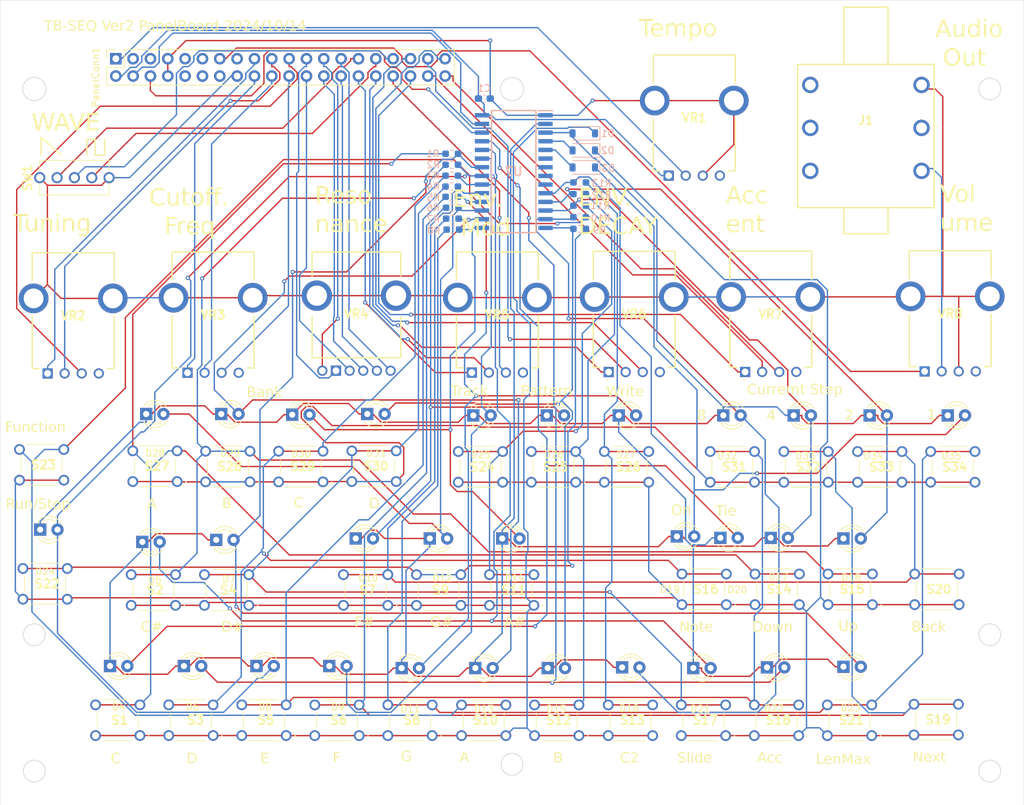
<source format=kicad_pcb>
(kicad_pcb (version 20240108) (generator "pcbnew") (generator_version "8.0")
  (layers (0 "F.Cu" signal) (31 "B.Cu" signal) (34 "B.Paste" user) (35 "F.Paste" user) (36 "B.SilkS" user "B.Silkscreen") (37 "F.SilkS" user "F.Silkscreen") (38 "B.Mask" user) (39 "F.Mask" user) (44 "Edge.Cuts" user))
  (net 0 "")
  (net 1 "D+3.3V")
  (net 2 "GNDD")
  (net 3 "COM1")
  (net 4 "COM1{slash}KS0")
  (net 5 "Net-(D2-A)")
  (net 6 "COM2{slash}KS1")
  (net 7 "COM3{slash}KS2")
  (net 8 "Net-(D3-A)")
  (net 9 "Row0")
  (net 10 "COM0")
  (net 11 "Row1")
  (net 12 "Row2")
  (net 13 "Row3")
  (net 14 "Row4")
  (net 15 "Row5")
  (net 16 "Row6")
  (net 17 "Row7")
  (net 18 "Row8")
  (net 19 "Row9")
  (net 20 "Row10")
  (net 21 "Row11")
  (net 22 "Row12")
  (net 23 "Row13")
  (net 24 "Row14")
  (net 25 "Row15")
  (net 27 "GNDA")
  (net 30 "Net-(VR8-WIPER)")
  (net 32 "A_VR5_CW")
  (net 33 "A_VR5_WIPER")
  (net 34 "A+LineOut")
  (net 35 "A_VR4_2_WIPER")
  (net 36 "A+TEMPO")
  (net 37 "D_I2C_SCL")
  (net 38 "A+VCO_SQU")
  (net 39 "A_VR4_2_CW")
  (net 40 "A+12V")
  (net 41 "A_VR6_WIPER_CW")
  (net 42 "A_VR7_CW")
  (net 43 "A_VR2_CW")
  (net 44 "A+5.333V")
  (net 45 "A_VR4_1_CW")
  (net 46 "A_VR6_CW")
  (net 47 "A_VR7_CCW")
  (net 48 "A_VR3_CW")
  (net 49 "A+VCO_WAVE")
  (net 50 "A_VR4_1_CCW")
  (net 51 "A_VR3_WIPER")
  (net 52 "A_VR2_WIPER")
  (net 53 "A_VR5_CCW")
  (net 54 "A_VR4_2_CCW")
  (net 55 "A+VCO_SAW")
  (net 56 "D+5V")
  (net 57 "A_VR6_CCW")
  (net 58 "A_VR4_1_WIPER")
  (net 59 "A_VR7_WIPER")
  (net 60 "A_VR3_CCW")
  (net 61 "A_VR2_CCW")
  (net 62 "D_I2C_SDA")
  (net 63 "RowK3")
  (net 64 "RowK4")
  (net 65 "RowK5")
  (net 66 "RowK6")
  (net 67 "RowK7")
  (net 68 "RowK8")
  (net 69 "RowK9")
  (net 70 "RowK10")
  (net 71 "RowK11")
  (net 72 "RowK12")
  (net 73 "RowK13")
  (net 74 "RowK14")
  (net 75 "RowK15")
  (footprint "SamacSys_Parts:PTV1113420AA103" (layer "F.Cu") (at 89.1 74.575)
    (property "Reference" "VR5")
    (property "Value" "Env.Mod 50K(A)" (hide yes))
  )
  (footprint "SamacSys_Parts:B3F1060" (layer "F.Cu") (at 160.256 88.4)
    (property "Reference" "S34")
    (property "Value" "B3F-1000S" (hide yes))
  )
  (footprint "SamacSys_Parts:B3F1060" (layer "F.Cu") (at 91.525 125.55)
    (property "Reference" "S10")
    (property "Value" "B3F-1000S" (hide yes))
  )
  (footprint "SamacSys_Parts:PTV1113420AA103" (layer "F.Cu") (at 26.95 74.7)
    (property "Reference" "VR2")
    (property "Value" "Tuning 50K(B)" (hide yes))
  )
  (footprint "SamacSys_Parts:B3F1060" (layer "F.Cu") (at 101.756 88.4)
    (property "Reference" "S25")
    (property "Value" "B3F-1000S" (hide yes))
  )
  (footprint "LED_THT:LED_D3.0mm" (layer "F.Cu") (at 100.096 80.85)
    (property "Reference" "D26")
    (property "Value" "LED")
  )
  (footprint "LED_THT:LED_D3.0mm" (layer "F.Cu") (at 72.091 98.9)
    (property "Reference" "D10")
    (property "Value" "LED")
  )
  (footprint "LED_THT:LED_D3.0mm" (layer "F.Cu") (at 40.831 99.4)
    (property "Reference" "D5")
    (property "Value" "LED")
  )
  (footprint "SamacSys_Parts:B3F1060" (layer "F.Cu") (at 127.956 88.4)
    (property "Reference" "S31")
    (property "Value" "B3F-1000S" (hide yes))
  )
  (footprint "SamacSys_Parts:B3F1060" (layer "F.Cu") (at 95.625 106.45)
    (property "Reference" "S11")
    (property "Value" "B3F-1000S" (hide yes))
  )
  (footprint "SamacSys_Parts:B3F1060" (layer "F.Cu") (at 26.756 88.1)
    (property "Reference" "S23")
    (property "Value" "B3F-1000S" (hide yes))
  )
  (footprint "SamacSys_Parts:B3F1060" (layer "F.Cu") (at 123.725 125.55)
    (property "Reference" "S17")
    (property "Value" "B3F-1000S" (hide yes))
  )
  (footprint "LED_THT:LED_D3.0mm" (layer "F.Cu") (at 46.925 117.6)
    (property "Reference" "D6")
    (property "Value" "LED")
  )
  (footprint "LED_THT:LED_D3.0mm" (layer "F.Cu") (at 52.391 80.65)
    (property "Reference" "D29")
    (property "Value" "LED")
  )
  (footprint "LED_THT:LED_D3.0mm" (layer "F.Cu") (at 36.1 117.6)
    (property "Reference" "D4")
    (property "Value" "LED")
  )
  (footprint "SamacSys_Parts:MJ462" (layer "F.Cu") (at 155 38.7 180)
    (property "Reference" "J1")
    (property "Value" "MJ-462" (hide yes))
  )
  (footprint "SamacSys_Parts:B3F1060" (layer "F.Cu") (at 149.556 88.4)
    (property "Reference" "S33")
    (property "Value" "B3F-1000S" (hide yes))
  )
  (footprint "SamacSys_Parts:B3F1060" (layer "F.Cu") (at 138.756 88.4)
    (property "Reference" "S32")
    (property "Value" "B3F-1000S" (hide yes))
  )
  (footprint "LED_THT:LED_D3.0mm" (layer "F.Cu") (at 132.36 117.8)
    (property "Reference" "D22")
    (property "Value" "LED")
  )
  (footprint "SamacSys_Parts:B3F1060" (layer "F.Cu") (at 54.025 88.35)
    (property "Reference" "S28")
    (property "Value" "B3F-1000S" (hide yes))
  )
  (footprint "SamacSys_Parts:B3F1060" (layer "F.Cu") (at 84.925 106.45)
    (property "Reference" "S9")
    (property "Value" "B3F-1000S" (hide yes))
  )
  (footprint "SamacSys_Parts:PTV1113420AA103" (layer "F.Cu") (at 155.45 74.4)
    (property "Reference" "VR8")
    (property "Value" "Volume 10K(A)" (hide yes))
  )
  (footprint "LED_THT:LED_D3.0mm" (layer "F.Cu") (at 143.56 117.7)
    (property "Reference" "D23")
    (property "Value" "LED")
  )
  (footprint "LED_THT:LED_D3.0mm" (layer "F.Cu") (at 82.956 98.9)
    (property "Reference" "D12")
    (property "Value" "LED")
  )
  (footprint "SamacSys_Parts:B3F1060" (layer "F.Cu") (at 43.125 106.45)
    (property "Reference" "S2")
    (property "Value" "B3F-1000S" (hide yes))
  )
  (footprint "LED_THT:LED_D3.0mm" (layer "F.Cu") (at 78.825 117.9)
    (property "Reference" "D11")
    (property "Value" "LED")
  )
  (footprint "SamacSys_Parts:PTV1113420AA103" (layer "F.Cu") (at 117.95 45.7)
    (property "Reference" "VR1")
    (property "Value" "10K(B)" (hide yes))
  )
  (footprint "LED_THT:LED_D3.0mm" (layer "F.Cu") (at 147.391 80.85)
    (property "Reference" "D34")
    (property "Value" "LED")
  )
  (footprint "LED_THT:LED_D3.0mm" (layer "F.Cu") (at 158.831 80.85)
    (property "Reference" "D35")
    (property "Value" "LED")
  )
  (footprint "LED_THT:LED_D3.0mm" (layer "F.Cu") (at 89.331 80.85)
    (property "Reference" "D25")
    (property "Value" "LED")
  )
  (footprint "LED_THT:LED_D3.0mm" (layer "F.Cu") (at 41.391 80.65)
    (property "Reference" "D28")
    (property "Value" "LED")
  )
  (footprint "LED_THT:LED_D3.0mm" (layer "F.Cu") (at 100.225 117.9)
    (property "Reference" "D15")
    (property "Value" "LED")
  )
  (footprint "SamacSys_Parts:B3F1060" (layer "F.Cu") (at 27.26 105.55)
    (property "Reference" "S22")
    (property "Value" "B3F-1000S" (hide yes))
  )
  (footprint "SamacSys_Parts:B3F1060" (layer "F.Cu") (at 157.825 125.45)
    (property "Reference" "S19")
    (property "Value" "B3F-1000S" (hide yes))
  )
  (footprint "SamacSys_Parts:B3F1060" (layer "F.Cu") (at 145.125 125.55)
    (property "Reference" "S21")
    (property "Value" "B3F-1000S" (hide yes))
  )
  (footprint "SamacSys_Parts:B3F1060" (layer "F.Cu") (at 59.325 125.54)
    (property "Reference" "S5")
    (property "Value" "B3F-1000S" (hide yes))
  )
  (footprint "LED_THT:LED_D3.0mm" (layer "F.Cu") (at 110.631 80.85)
    (property "Reference" "D27")
    (property "Value" "LED")
  )
  (footprint "SamacSys_Parts:B3F1060" (layer "F.Cu") (at 123.825 106.35)
    (property "Reference" "S16")
    (property "Value" "B3F-1000S" (hide yes))
  )
  (footprint "SamacSys_Parts:B3F1060" (layer "F.Cu") (at 43.356 88.3)
    (property "Reference" "S27")
    (property "Value" "B3F-1000S" (hide yes))
  )
  (footprint "LED_THT:LED_D3.0mm" (layer "F.Cu") (at 73.791 80.65)
    (property "Reference" "D31")
    (property "Value" "LED")
  )
  (footprint "LED_THT:LED_D3.0mm" (layer "F.Cu") (at 119.156 98.6)
    (property "Reference" "D19")
    (property "Value" "LED")
  )
  (footprint "SamacSys_Parts:2MS1T1B4VS2QES" (layer "F.Cu") (at 28.34 46 90)
    (property "Reference" "SW1")
    (property "Value" "WAVE SELECT" (hide yes))
  )
  (footprint "LED_THT:LED_D3.0mm" (layer "F.Cu") (at 57.56 117.6)
    (property "Reference" "D8")
    (property "Value" "LED")
  )
  (footprint "LED_THT:LED_D3.0mm" (layer "F.Cu") (at 132.891 98.8)
    (property "Reference" "D17")
    (property "Value" "LED")
  )
  (footprint "SamacSys_Parts:PTV1113420AA103" (layer "F.Cu") (at 129.15 74.475)
    (property "Reference" "VR7")
    (property "Value" "Accent 50K(B)" (hide yes))
  )
  (footprint "SamacSys_Parts:PTV1113420AA103" (layer "F.Cu") (at 47.45 74.6)
    (property "Reference" "VR3")
    (property "Value" "Cutoff.Freq 50K(A)" (hide yes))
  )
  (footprint "SamacSys_Parts:B3F1060" (layer "F.Cu") (at 53.856 106.45)
    (property "Reference" "S4")
    (property "Value" "B3F-1000S" (hide yes))
  )
  (footprint "SamacSys_Parts:B3F1060" (layer "F.Cu") (at 80.725 125.55)
    (property "Reference" "S8")
    (property "Value" "B3F-1000S" (hide yes))
  )
  (footprint "SamacSys_Parts:B3F1060" (layer "F.Cu") (at 64.725 88.35)
    (property "Reference" "S29")
    (property "Value" "B3F-1000S" (hide yes))
  )
  (footprint "LED_THT:LED_D3.0mm" (layer "F.Cu") (at 121.56 117.9)
    (property "Reference" "D21")
    (property "Value" "LED")
  )
  (footprint "SamacSys_Parts:PTV1113420AA103" (layer "F.Cu") (at 109.15 74.5)
    (property "Reference" "VR6")
    (property "Value" "EnvDecay 1M(A)" (hide yes))
  )
  (footprint "LED_THT:LED_D3.0mm" (layer "F.Cu") (at 25.86 97.6)
    (property "Reference" "D24")
    (property "Value" "LED")
  )
  (footprint "SamacSys_Parts:B3F1060" (layer "F.Cu") (at 75.456 88.3)
    (property "Reference" "S30")
    (property "Value" "B3F-1000S" (hide yes))
  )
  (footprint "LED_THT:LED_D3.0mm" (layer "F.Cu") (at 143.556 98.9)
    (property "Reference" "D18")
    (property "Value" "LED")
  )
  (footprint "LED_THT:LED_D3.0mm" (layer "F.Cu") (at 125.956 80.85)
    (property "Reference" "D32")
    (property "Value" "LED")
  )
  (footprint "LED_THT:LED_D3.0mm" (layer "F.Cu") (at 125.531 98.8)
    (property "Reference" "D20")
    (property "Value" "LED")
  )
  (footprint "SamacSys_Parts:B3F1060" (layer "F.Cu") (at 91.056 88.4)
    (property "Reference" "S24")
    (property "Value" "B3F-1000S" (hide yes))
  )
  (footprint "SamacSys_Parts:B3F1060" (layer "F.Cu") (at 74.225 106.45)
    (property "Reference" "S7")
    (property "Value" "B3F-1000S" (hide yes))
  )
  (footprint "LED_THT:LED_D3.0mm" (layer "F.Cu") (at 89.625 117.9)
    (property "Reference" "D13")
    (property "Value" "LED")
  )
  (footprint "LED_THT:LED_D3.0mm" (layer "F.Cu") (at 136.256 80.85)
    (property "Reference" "D33")
    (property "Value" "LED")
  )
  (footprint "LED_THT:LED_D3.0mm" (layer "F.Cu") (at 62.791 80.75)
    (property "Reference" "D30")
    (property "Value" "LED")
  )
  (footprint "SamacSys_Parts:B3F1060" (layer "F.Cu") (at 70.025 125.55)
    (property "Reference" "S6")
    (property "Value" "B3F-1000S" (hide yes))
  )
  (footprint "SamacSys_Parts:B3F1060" (layer "F.Cu") (at 37.905 125.54)
    (property "Reference" "S1")
    (property "Value" "B3F-1000S" (hide yes))
  )
  (footprint "SamacSys_Parts:PTV1124420AA504" (layer "F.Cu") (at 69.2 74.3)
    (property "Reference" "VR4")
    (property "Value" "Resonance 50K(B)2連" (hide yes))
  )
  (footprint "SamacSys_Parts:B3F1060" (layer "F.Cu") (at 113.025 125.55)
    (property "Reference" "S13")
    (property "Value" "B3F-1000S" (hide yes))
  )
  (footprint "SamacSys_Parts:B3F1060" (layer "F.Cu") (at 134.425 125.55)
    (property "Reference" "S18")
    (property "Value" "B3F-1000S" (hide yes))
  )
  (footprint "LED_THT:LED_D3.0mm" (layer "F.Cu") (at 111.125 117.8)
    (property "Reference" "D16")
    (property "Value" "LED")
  )
  (footprint "SamacSys_Parts:B3F1060" (layer "F.Cu") (at 134.525 106.35)
    (property "Reference" "S14")
    (property "Value" "B3F-1000S" (hide yes))
  )
  (footprint "LED_THT:LED_D3.0mm" (layer "F.Cu") (at 68.225 117.6)
    (property "Reference" "D9")
    (property "Value" "LED")
  )
  (footprint "SamacSys_Parts:B3F1060" (layer "F.Cu") (at 112.456 88.4)
    (property "Reference" "S26")
    (property "Value" "B3F-1000S" (hide yes))
  )
  (footprint "SamacSys_Parts:B3F1060" (layer "F.Cu") (at 48.625 125.54)
    (property "Reference" "S3")
    (property "Value" "B3F-1000S" (hide yes))
  )
  (footprint "SamacSys_Parts:B3F1060" (layer "F.Cu") (at 157.925 106.35)
    (property "Reference" "S20")
    (property "Value" "B3F-1000S" (hide yes))
  )
  (footprint "SamacSys_Parts:B3F1060" (layer "F.Cu") (at 145.225 106.35)
    (property "Reference" "S15")
    (property "Value" "B3F-1000S" (hide yes))
  )
  (footprint "LED_THT:LED_D3.0mm" (layer "F.Cu") (at 51.656 99.1)
    (property "Reference" "D7")
    (property "Value" "LED")
  )
  (footprint "Connector_PinSocket_2.54mm:PinSocket_2x20_P2.54mm_Vertical" (layer "F.Cu") (at 36.94 28.56 90)
    (property "Reference" "PanelConn1")
    (property "Value" "Conn_02x20_Odd_Even")
  )
  (footprint "LED_THT:LED_D3.0mm" (layer "F.Cu") (at 93.556 98.9)
    (property "Reference" "D14")
    (property "Value" "LED")
  )
  (footprint "SamacSys_Parts:B3F1060" (layer "F.Cu") (at 102.225 125.55)
    (property "Reference" "S12")
    (property "Value" "B3F-1000S" (hide yes))
  )
  (footprint "Resistor_SMD:R_0603_1608Metric_Pad0.98x0.95mm_HandSolder" (layer "B.Cu") (at 104.9 48.4)
    (property "Reference" "R12")
    (property "Value" "39k")
  )
  (footprint "Resistor_SMD:R_0603_1608Metric_Pad0.98x0.95mm_HandSolder" (layer "B.Cu") (at 86.1625 47.305 180)
    (property "Reference" "R4")
    (property "Value" "39k")
  )
  (footprint "Resistor_SMD:R_0603_1608Metric_Pad0.98x0.95mm_HandSolder" (layer "B.Cu") (at 104.9 50.1)
    (property "Reference" "R11")
    (property "Value" "39k")
  )
  (footprint "Resistor_SMD:R_0603_1608Metric_Pad0.98x0.95mm_HandSolder" (layer "B.Cu") (at 86.3375 53.605 180)
    (property "Reference" "R8")
    (property "Value" "39k")
  )
  (footprint "Diode_SMD:D_SOD-123" (layer "B.Cu") (at 105.5125 44.5 180)
    (property "Reference" "D3")
    (property "Value" "1N4148W")
  )
  (footprint "Resistor_SMD:R_0603_1608Metric_Pad0.98x0.95mm_HandSolder" (layer "B.Cu") (at 86.25 50.405 180)
    (property "Reference" "R6")
    (property "Value" "39k")
  )
  (footprint "SamacSys_Parts:SOIC127P1031X264-28N" (layer "B.Cu") (at 95.25 45.105 180)
    (property "Reference" "U7")
    (property "Value" "HT16K33_28SOP-A_" (hide yes))
  )
  (footprint "Resistor_SMD:R_0603_1608Metric_Pad0.98x0.95mm_HandSolder" (layer "B.Cu") (at 86.1625 45.705 180)
    (property "Reference" "R3")
    (property "Value" "39k")
  )
  (footprint "Capacitor_SMD:C_0603_1608Metric_Pad1.08x0.95mm_HandSolder" (layer "B.Cu") (at 90.9375 34.4)
    (property "Reference" "C1")
    (property "Value" "0.1uF")
  )
  (footprint "Resistor_SMD:R_0603_1608Metric_Pad0.98x0.95mm_HandSolder" (layer "B.Cu") (at 86.175 42.495 180)
    (property "Reference" "R1")
    (property "Value" "39k")
  )
  (footprint "Resistor_SMD:R_0603_1608Metric_Pad0.98x0.95mm_HandSolder" (layer "B.Cu") (at 104.9 53.5)
    (property "Reference" "R9")
    (property "Value" "39k")
  )
  (footprint "Resistor_SMD:R_0603_1608Metric_Pad0.98x0.95mm_HandSolder" (layer "B.Cu") (at 86.175 44.105 180)
    (property "Reference" "R2")
    (property "Value" "39k")
  )
  (footprint "Diode_SMD:D_SOD-123" (layer "B.Cu") (at 105.5125 42 180)
    (property "Reference" "D2")
    (property "Value" "1N4148W")
  )
  (footprint "Resistor_SMD:R_0603_1608Metric_Pad0.98x0.95mm_HandSolder" (layer "B.Cu") (at 86.175 48.805 180)
    (property "Reference" "R5")
    (property "Value" "39k")
  )
  (footprint "Diode_SMD:D_SOD-123" (layer "B.Cu") (at 105.5125 39.5 180)
    (property "Reference" "D1")
    (property "Value" "1N4148W")
  )
  (footprint "Resistor_SMD:R_0603_1608Metric_Pad0.98x0.95mm_HandSolder" (layer "B.Cu") (at 104.9 51.8)
    (property "Reference" "R10")
    (property "Value" "39k")
  )
  (footprint "Resistor_SMD:R_0603_1608Metric_Pad0.98x0.95mm_HandSolder" (layer "B.Cu") (at 104.9125 46.7)
    (property "Reference" "R13")
    (property "Value" "39k")
  )
  (footprint "Resistor_SMD:R_0603_1608Metric_Pad0.98x0.95mm_HandSolder" (layer "B.Cu") (at 86.2625 52.005 180)
    (property "Reference" "R7")
    (property "Value" "39k")
  )
  (gr_line (start 33.9 42.7) (end 35.3 42.7) (stroke (width 0.2)) (layer "F.SilkS"))
  (gr_line (start 26 42.7) (end 26 40.1) (stroke (width 0.2)) (layer "F.SilkS"))
  (gr_line (start 35.3 42.7) (end 35.3 40.4) (stroke (width 0.2)) (layer "F.SilkS"))
  (gr_line (start 32.7 40.4) (end 33.9 40.4) (stroke (width 0.2)) (layer "F.SilkS"))
  (gr_line (start 32.7 42.7) (end 32.7 40.4) (stroke (width 0.2)) (layer "F.SilkS"))
  (gr_line (start 26 40.1) (end 28.9 42.6) (stroke (width 0.2)) (layer "F.SilkS"))
  (gr_line (start 33.9 40.4) (end 33.9 42.7) (stroke (width 0.2)) (layer "F.SilkS"))
  (gr_circle (center 165 113) (end 166.6 113) (stroke (width 0.1)) (fill none) (layer "Edge.Cuts"))
  (gr_circle (center 25 113) (end 26.6 113) (stroke (width 0.1)) (fill none) (layer "Edge.Cuts"))
  (gr_circle (center 25 133) (end 26.6 133) (stroke (width 0.1)) (fill none) (layer "Edge.Cuts"))
  (gr_circle (center 165 33) (end 166.6 33) (stroke (width 0.1)) (fill none) (layer "Edge.Cuts"))
  (gr_circle (center 165 133) (end 166.6 133) (stroke (width 0.1)) (fill none) (layer "Edge.Cuts"))
  (gr_circle (center 95 33) (end 96.7 33.1) (stroke (width 0.1)) (fill none) (layer "Edge.Cuts"))
  (gr_circle (center 95 132) (end 96.6 132) (stroke (width 0.1)) (fill none) (layer "Edge.Cuts"))
  (gr_circle (center 25 33) (end 26.7 33.1) (stroke (width 0.1)) (fill none) (layer "Edge.Cuts"))
  (gr_rect (start 20 20) (end 170 138) (stroke (width 0.05)) (fill none) (layer "Edge.Cuts"))
  (gr_text "Run/Stop" (at 20.8 94.8 0) (layer "F.SilkS") (effects (font (size 1.5 1.5) (thickness 0.125)) (justify left bottom)))
  (gr_text "Cutoff.\n  Freq" (at 41.8 54.7 0) (layer "F.SilkS") (effects (font (size 2.5 2.5) (thickness 0.125)) (justify left bottom)))
  (gr_text "Acc" (at 130.9 132 0) (layer "F.SilkS") (effects (font (size 1.5 1.5) (thickness 0.125)) (justify left bottom)))
  (gr_text "C" (at 63 94.6 0) (layer "F.SilkS") (effects (font (size 1.5 1.5) (thickness 0.125)) (justify left bottom)))
  (gr_text "F#" (at 71.9 112.1 0) (layer "F.SilkS") (effects (font (size 1.5 1.5) (thickness 0.125)) (justify left bottom)))
  (gr_text "ENV.\nDECAY" (at 104.7 54.7 0) (layer "F.SilkS") (effects (font (size 2.5 2.5) (thickness 0.125)) (justify left bottom)))
  (gr_text "TB-SEQ Ver2 PanelBoard 2024/10/14" (at 26.4 24.7 0) (layer "F.SilkS") (effects (font (size 1.5 1.5) (thickness 0.125)) (justify left bottom)))
  (gr_text "Function" (at 20.7 83.5 0) (layer "F.SilkS") (effects (font (size 1.5 1.5) (thickness 0.125)) (justify left bottom)))
  (gr_text "Tuning" (at 21.9 54.3 0) (layer "F.SilkS") (effects (font (size 2.5 2.5) (thickness 0.125)) (justify left bottom)))
  (gr_text "Track" (at 86 78.2 0) (layer "F.SilkS") (effects (font (size 1.5 1.5) (thickness 0.125)) (justify left bottom)))
  (gr_text "Note" (at 119.5 112.8 0) (layer "F.SilkS") (effects (font (size 1.5 1.5) (thickness 0.125)) (justify left bottom)))
  (gr_text "F" (at 68.7 132 0) (layer "F.SilkS") (effects (font (size 1.5 1.5) (thickness 0.125)) (justify left bottom)))
  (gr_text "B" (at 101 132 0) (layer "F.SilkS") (effects (font (size 1.5 1.5) (thickness 0.125)) (justify left bottom)))
  (gr_text "Curremt Step" (at 129.4 78 0) (layer "F.SilkS") (effects (font (size 1.5 1.5) (thickness 0.125)) (justify left bottom)))
  (gr_text "Next" (at 153.7 131.9 0) (layer "F.SilkS") (effects (font (size 1.5 1.5) (thickness 0.125)) (justify left bottom)))
  (gr_text "G#" (at 83 112.1 0) (layer "F.SilkS") (effects (font (size 1.5 1.5) (thickness 0.125)) (justify left bottom)))
  (gr_text "Write" (at 108.8 78.3 0) (layer "F.SilkS") (effects (font (size 1.5 1.5) (thickness 0.125)) (justify left bottom)))
  (gr_text "C#" (at 40.6 112.8 0) (layer "F.SilkS") (effects (font (size 1.5 1.5) (thickness 0.125)) (justify left bottom)))
  (gr_text "Slide" (at 119.2 132 0) (layer "F.SilkS") (effects (font (size 1.5 1.5) (thickness 0.125)) (justify left bottom)))
  (gr_text "C2" (at 110.8 132 0) (layer "F.SilkS") (effects (font (size 1.5 1.5) (thickness 0.125)) (justify left bottom)))
  (gr_text "E" (at 58.1 132.1 0) (layer "F.SilkS") (effects (font (size 1.5 1.5) (thickness 0.125)) (justify left bottom)))
  (gr_text "Acc\nent" (at 126.3 54.4 0) (layer "F.SilkS") (effects (font (size 2.5 2.5) (thickness 0.125)) (justify left bottom)))
  (gr_text "Bank" (at 56.091 78.4 0) (layer "F.SilkS") (effects (font (size 1.5 1.5) (thickness 0.125)) (justify left bottom)))
  (gr_text "B" (at 52.5 94.7 0) (layer "F.SilkS") (effects (font (size 1.5 1.5) (thickness 0.125)) (justify left bottom)))
  (gr_text "Audio\n Out" (at 157 30 0) (layer "F.SilkS") (effects (font (size 2.5 2.5) (thickness 0.125)) (justify left bottom)))
  (gr_text "A" (at 87.3 131.9 0) (layer "F.SilkS") (effects (font (size 1.5 1.5) (thickness 0.125)) (justify left bottom)))
  (gr_text "WAVE" (at 24.6 39.5 0) (layer "F.SilkS") (effects (font (size 2.5 2.5) (thickness 0.125)) (justify left bottom)))
  (gr_text "Env.\n Mod" (at 86.3375 54.9 0) (layer "F.SilkS") (effects (font (size 2.5 2.5) (thickness 0.125)) (justify left bottom)))
  (gr_text "C" (at 36.2 132.1 0) (layer "F.SilkS") (effects (font (size 1.5 1.5) (thickness 0.125)) (justify left bottom)))
  (gr_text "D" (at 47.3 132.1 0) (layer "F.SilkS") (effects (font (size 1.5 1.5) (thickness 0.125)) (justify left bottom)))
  (gr_text "D" (at 74 94.7 0) (layer "F.SilkS") (effects (font (size 1.5 1.5) (thickness 0.125)) (justify left bottom)))
  (gr_text "LenMax" (at 139.5 132.2 0) (layer "F.SilkS") (effects (font (size 1.5 1.5) (thickness 0.125)) (justify left bottom)))
  (gr_text "Pattern" (at 96.3 78.2 0) (layer "F.SilkS") (effects (font (size 1.5 1.5) (thickness 0.125)) (justify left bottom)))
  (gr_text "1" (at 155.8 81.7 0) (layer "F.SilkS") (effects (font (size 1.5 1.5) (thickness 0.125)) (justify left bottom)))
  (gr_text "A" (at 41.5 94.8 0) (layer "F.SilkS") (effects (font (size 1.5 1.5) (thickness 0.125)) (justify left bottom)))
  (gr_text "A#" (at 93.8 112.1 0) (layer "F.SilkS") (effects (font (size 1.5 1.5) (thickness 0.125)) (justify left bottom)))
  (gr_text "4" (at 132.3 81.8 0) (layer "F.SilkS") (effects (font (size 1.5 1.5) (thickness 0.125)) (justify left bottom)))
  (gr_text "8" (at 122.1 81.8 0) (layer "F.SilkS") (effects (font (size 1.5 1.5) (thickness 0.125)) (justify left bottom)))
  (gr_text "Tempo" (at 113.6 25.7 0) (layer "F.SilkS") (effects (font (size 2.5 2.5) (thickness 0.125)) (justify left bottom)))
  (gr_text "D#" (at 52.4 112.8 0) (layer "F.SilkS") (effects (font (size 1.5 1.5) (thickness 0.125)) (justify left bottom)))
  (gr_text "Down" (at 130.2 112.8 0) (layer "F.SilkS") (effects (font (size 1.5 1.5) (thickness 0.125)) (justify left bottom)))
  (gr_text "Up" (at 142.8 112.7 0) (layer "F.SilkS") (effects (font (size 1.5 1.5) (thickness 0.125)) (justify left bottom)))
  (gr_text "Tie" (at 124.8 95.8 0) (layer "F.SilkS") (effects (font (size 1.5 1.5) (thickness 0.125)) (justify left bottom)))
  (gr_text "On" (at 118.3 95.7 0) (layer "F.SilkS") (effects (font (size 1.5 1.5) (thickness 0.125)) (justify left bottom)))
  (gr_text "Back" (at 153.5 112.8 0) (layer "F.SilkS") (effects (font (size 1.5 1.5) (thickness 0.125)) (justify left bottom)))
  (gr_text "Vol\nume" (at 157.7 54.2 0) (layer "F.SilkS") (effects (font (size 2.5 2.5) (thickness 0.125)) (justify left bottom)))
  (gr_text "2" (at 143.7 81.8 0) (layer "F.SilkS") (effects (font (size 1.5 1.5) (thickness 0.125)) (justify left bottom)))
  (gr_text "Reso\nnance" (at 66.1 54.4 0) (layer "F.SilkS") (effects (font (size 2.5 2.5) (thickness 0.125)) (justify left bottom)))
  (gr_text "G" (at 78.7 131.8 0) (layer "F.SilkS") (effects (font (size 1.5 1.5) (thickness 0.125)) (justify left bottom)))
  (segment (start 90.075 34.4) (end 90.075 31.1578) (width 0.2) (layer "B.Cu") (net 1))
  (segment (start 90.905 36.85) (end 91.9517 36.85) (width 0.2) (layer "B.Cu") (net 1))
  (segment (start 117.95 45.7) (end 116.8983 45.7) (width 0.2) (layer "B.Cu") (net 1))
  (segment (start 83.3172 24.4) (end 44.5339 24.4) (width 0.2) (layer "B.Cu") (net 1))
  (segment (start 90.075 31.1578) (end 83.3172 24.4) (width 0.2) (layer "B.Cu") (net 1))
  (segment (start 108.675 37.4767) (end 116.8983 45.7) (width 0.2) (layer "B.Cu") (net 1))
  (segment (start 40.75 28.9783) (end 39.8983 29.83) (width 0.2) (layer "B.Cu") (net 1))
  (segment (start 44.5339 24.4) (end 40.75 28.1839) (width 0.2) (layer "B.Cu") (net 1))
  (segment (start 39.8983 29.83) (end 39.0932 29.83) (width 0.2) (layer "B.Cu") (net 1))
  (segment (start 90.905 35.23) (end 90.075 34.4) (width 0.2) (layer "B.Cu") (net 1))
  (segment (start 39.0932 29.83) (end 37.8232 31.1) (width 0.2) (layer "B.Cu") (net 1))
  (segment (start 37.8232 31.1) (end 36.94 31.1) (width 0.2) (layer "B.Cu") (net 1))
  (segment (start 90.6 36.85) (end 90.905 36.85) (width 0.2) (layer "B.Cu") (net 1))
  (segment (start 92.5784 37.4767) (end 108.675 37.4767) (width 0.2) (layer "B.Cu") (net 1))
  (segment (start 91.9517 36.85) (end 92.5784 37.4767) (width 0.2) (layer "B.Cu") (net 1))
  (segment (start 40.75 28.1839) (end 40.75 28.9783) (width 0.2) (layer "B.Cu") (net 1))
  (segment (start 90.905 36.85) (end 90.905 35.23) (width 0.2) (layer "B.Cu") (net 1))
  (segment (start 47.22 25.9) (end 91.8 25.9) (width 0.2) (layer "F.Cu") (net 2))
  (segment (start 115.9 34.7) (end 127.5 34.7) (width 0.2) (layer "F.Cu") (net 2))
  (segment (start 106.8 34.7) (end 115.9 34.7) (width 0.2) (layer "F.Cu") (net 2))
  (segment (start 44.56 28.56) (end 47.22 25.9) (width 0.2) (layer "F.Cu") (net 2))
  (segment (start 127.5 41.15) (end 122.95 45.7) (width 0.2) (layer "F.Cu") (net 2))
  (segment (start 127.5 34.7) (end 127.5 41.15) (width 0.2) (layer "F.Cu") (net 2))
  (segment (start 44.56 31.1) (end 44.56 28.56) (width 0.2) (layer "F.Cu") (net 2))
  (via (at 91.8 25.9) (size 0.6) (drill 0.3) (layers "F.Cu" "B.Cu") (net 2))
  (via (at 106.8 34.7) (size 0.6) (drill 0.3) (layers "F.Cu" "B.Cu") (net 2))
  (segment (start 99.9 36.85) (end 94.25 36.85) (width 0.2) (layer "B.Cu") (net 2))
  (segment (start 91.8 25.9) (end 91.8 34.4) (width 0.2) (layer "B.Cu") (net 2))
  (segment (start 104.65 36.85) (end 106.8 34.7) (width 0.2) (layer "B.Cu") (net 2))
  (segment (start 94.25 36.85) (end 91.8 34.4) (width 0.2) (layer "B.Cu") (net 2))
  (segment (start 99.9 36.85) (end 104.65 36.85) (width 0.2) (layer "B.Cu") (net 2))
  (segment (start 147.391 80.85) (end 146.1893 80.85) (width 0.2) (layer "F.Cu") (net 3))
  (segment (start 112.6588 82.0517) (end 111.4571 80.85) (width 0.2) (layer "F.Cu") (net 3))
  (segment (start 147.391 80.85) (end 148.5927 80.85) (width 0.2) (layer "F.Cu") (net 3))
  (segment (start 100.9221 80.85) (end 100.096 80.85) (width 0.2) (layer "F.Cu") (net 3))
  (segment (start 134.3878 116.5983) (end 133.1861 117.8) (width 0.2) (layer "F.Cu") (net 3))
  (segment (start 61.5893 80.75) (end 60.4876 81.8517) (width 0.2) (layer "F.Cu") (net 3))
  (segment (start 144.9876 82.0517) (end 146.1893 80.85) (width 0.2) (layer "F.Cu") (net 3))
  (segment (start 42.2172 80.65) (end 43.4189 79.4483) (width 0.2) (layer "F.Cu") (net 3))
  (segment (start 123.5927 119.1065) (end 122.7617 118.2755) (width 0.2) (layer "F.Cu") (net 3))
  (segment (start 141.2566 116.5983) (end 134.3878 116.5983) (width 0.2) (layer "F.Cu") (net 3))
  (segment (start 43.4189 79.4483) (end 49.9876 79.4483) (width 0.2) (layer "F.Cu") (net 3))
  (segment (start 109.4293 80.85) (end 108.2276 82.0517) (width 0.2) (layer "F.Cu") (net 3))
  (segment (start 143.56 117.7) (end 142.3583 117.7) (width 0.2) (layer "F.Cu") (net 3))
  (segment (start 122.7617 118.2755) (end 122.7617 117.9) (width 0.2) (layer "F.Cu") (net 3))
  (segment (start 41.391 80.65) (end 42.2172 80.65) (width 0.2) (layer "F.Cu") (net 3))
  (segment (start 108.2276 82.0517) (end 102.1238 82.0517) (width 0.2) (layer "F.Cu") (net 3))
  (segment (start 149.4188 82.0517) (end 148.5927 81.2256) (width 0.2) (layer "F.Cu") (net 3))
  (segment (start 157.6293 80.85) (end 156.4276 82.0517) (width 0.2) (layer "F.Cu") (net 3))
  (segment (start 125.956 80.85) (end 124.7543 80.85) (width 0.2) (layer "F.Cu") (net 3))
  (segment (start 111.4571 80.85) (end 110.631 80.85) (width 0.2) (layer "F.Cu") (net 3))
  (segment (start 89.331 80.85) (end 88.1293 80.85) (width 0.2) (layer "F.Cu") (net 3))
  (segment (start 148.5927 81.2256) (end 148.5927 80.85) (width 0.2) (layer "F.Cu") (net 3))
  (segment (start 97.6926 82.0517) (end 98.8943 80.85) (width 0.2) (layer "F.Cu") (net 3))
  (segment (start 142.3583 117.7) (end 141.2566 116.5983) (width 0.2) (layer "F.Cu") (net 3))
  (segment (start 98.8943 80.85) (end 100.096 80.85) (width 0.2) (layer "F.Cu") (net 3))
  (segment (start 60.4876 81.8517) (end 54.4188 81.8517) (width 0.2) (layer "F.Cu") (net 3))
  (segment (start 133.1861 117.8) (end 132.36 117.8) (width 0.2) (layer "F.Cu") (net 3))
  (segment (start 138.2839 82.0517) (end 144.9876 82.0517) (width 0.2) (layer "F.Cu") (net 3))
  (segment (start 91.3589 82.0517) (end 97.6926 82.0517) (width 0.2) (layer "F.Cu") (net 3))
  (segment (start 64.4305 79.1105) (end 62.791 80.75) (width 0.2) (layer "F.Cu") (net 3))
  (segment (start 156.4276 82.0517) (end 149.4188 82.0517) (width 0.2) (layer "F.Cu") (net 3))
  (segment (start 136.256 80.85) (end 137.4577 80.85) (width 0.2) (layer "F.Cu") (net 3))
  (segment (start 137.4577 81.2255) (end 138.2839 82.0517) (width 0.2) (layer "F.Cu") (net 3))
  (segment (start 53.2171 80.65) (end 52.391 80.65) (width 0.2) (layer "F.Cu") (net 3))
  (segment (start 124.7543 80.85) (end 123.5526 82.0517) (width 0.2) (layer "F.Cu") (net 3))
  (segment (start 62.791 80.75) (end 61.5893 80.75) (width 0.2) (layer "F.Cu") (net 3))
  (segment (start 54.4188 81.8517) (end 53.2171 80.65) (width 0.2) (layer "F.Cu") (net 3))
  (segment (start 121.56 117.9) (end 122.7617 117.9) (width 0.2) (layer "F.Cu") (net 3))
  (segment (start 137.4577 80.85) (end 137.4577 81.2255) (width 0.2) (layer "F.Cu") (net 3))
  (segment (start 74.6171 80.65) (end 73.791 80.65) (width 0.2) (layer "F.Cu") (net 3))
  (segment (start 102.1238 82.0517) (end 100.9221 80.85) (width 0.2) (layer "F.Cu") (net 3))
  (segment (start 110.631 80.85) (end 109.4293 80.85) (width 0.2) (layer "F.Cu") (net 3))
  (segment (start 72.5893 80.65) (end 71.0498 79.1105) (width 0.2) (layer "F.Cu") (net 3))
  (segment (start 90.1572 80.85) (end 91.3589 82.0517) (width 0.2) (layer "F.Cu") (net 3))
  (segment (start 87.1276 81.8517) (end 75.8188 81.8517) (width 0.2) (layer "F.Cu") (net 3))
  (segment (start 49.9876 79.4483) (end 51.1893 80.65) (width 0.2) (layer "F.Cu") (net 3))
  (segment (start 75.8188 81.8517) (end 74.6171 80.65) (width 0.2) (layer "F.Cu") (net 3))
  (segment (start 131.1583 117.8) (end 129.8518 119.1065) (width 0.2) (layer "F.Cu") (net 3))
  (segment (start 158.831 80.85) (end 157.6293 80.85) (width 0.2) (layer "F.Cu") (net 3))
  (segment (start 71.0498 79.1105) (end 64.4305 79.1105) (width 0.2) (layer "F.Cu") (net 3))
  (segment (start 123.5526 82.0517) (end 112.6588 82.0517) (width 0.2) (layer "F.Cu") (net 3))
  (segment (start 89.331 80.85) (end 90.1572 80.85) (width 0.2) (layer "F.Cu") (net 3))
  (segment (start 51.1893 80.65) (end 52.391 80.65) (width 0.2) (layer "F.Cu") (net 3))
  (segment (start 132.36 117.8) (end 131.1583 117.8) (width 0.2) (layer "F.Cu") (net 3))
  (segment (start 73.791 80.65) (end 72.5893 80.65) (width 0.2) (layer "F.Cu") (net 3))
  (segment (start 88.1293 80.85) (end 87.1276 81.8517) (width 0.2) (layer "F.Cu") (net 3))
  (segment (start 129.8518 119.1065) (end 123.5927 119.1065) (width 0.2) (layer "F.Cu") (net 3))
  (segment (start 133.8063 79.602) (end 135.0543 80.85) (width 0.2) (layer "B.Cu") (net 3))
  (segment (start 25.86 96.3983) (end 40.4066 81.8517) (width 0.2) (layer "B.Cu") (net 3))
  (segment (start 103.8625 40.0586) (end 106.9868 43.1829) (width 0.2) (layer "B.Cu") (net 3))
  (segment (start 125.531 98.8) (end 124.3293 98.8) (width 0.2) (layer "B.Cu") (net 3))
  (segment (start 136.256 80.85) (end 135.0543 80.85) (width 0.2) (layer "B.Cu") (net 3))
  (segment (start 121.56 99.837) (end 123.2923 99.837) (width 0.2) (layer "B.Cu") (net 3))
  (segment (start 103.7525 39.39) (end 103.8625 39.5) (width 0.2) (layer "B.Cu") (net 3))
  (segment (start 110.631 80.85) (end 110.631 83.3123) (width 0.2) (layer "B.Cu") (net 3))
  (segment (start 123.2923 99.837) (end 124.3293 98.8) (width 0.2) (layer "B.Cu") (net 3))
  (segment (start 25.86 97.6) (end 25.86 96.3983) (width 0.2) (layer "B.Cu") (net 3))
  (segment (start 99.9 39.39) (end 103.7525 39.39) (width 0.2) (layer "B.Cu") (net 3))
  (segment (start 121.2038 99.837) (end 121.56 99.837) (width 0.2) (layer "B.Cu") (net 3))
  (segment (start 125.956 79.602) (end 133.8063 79.602) (width 0.2) (layer "B.Cu") (net 3))
  (segment (start 106.9868 43.1829) (end 107.1973 43.1829) (width 0.2) (layer "B.Cu") (net 3))
  (segment (start 110.631 83.3123) (end 120.4259 93.1072) (width 0.2) (layer "B.Cu") (net 3))
  (segment (start 116.2233 52.2089) (end 116.2233 69.8693) (width 0.2) (layer "B.Cu") (net 3))
  (segment (start 103.8625 39.5) (end 103.8625 40.0586) (width 0.2) (layer "B.Cu") (net 3))
  (segment (start 116.2233 69.8693) (end 125.956 79.602) (width 0.2) (layer "B.Cu") (net 3))
  (segment (start 120.4259 93.1072) (end 120.4259 99.0591) (width 0.2) (layer "B.Cu") (net 3))
  (segment (start 41.391 80.65) (end 41.391 81.8517) (width 0.2) (layer "B.Cu") (net 3))
  (segment (start 125.956 79.602) (end 125.956 80.85) (width 0.2) (layer "B.Cu") (net 3))
  (segment (start 40.4066 81.8517) (end 41.391 81.8517) (width 0.2) (layer "B.Cu") (net 3))
  (segment (start 121.56 99.837) (end 121.56 116.6983) (width 0.2) (layer "B.Cu") (net 3))
  (segment (start 107.1973 43.1829) (end 116.2233 52.2089) (width 0.2) (layer "B.Cu") (net 3))
  (segment (start 121.56 117.9) (end 121.56 116.6983) (width 0.2) (layer "B.Cu") (net 3))
  (segment (start 120.4259 99.0591) (end 121.2038 99.837) (width 0.2) (layer "B.Cu") (net 3))
  (segment (start 56.0116 108.2806) (end 50.3504 108.2806) (width 0.2) (layer "F.Cu") (net 4))
  (segment (start 87.5 108.7) (end 91.7 108.7) (width 0.2) (layer "F.Cu") (net 4))
  (segment (start 33.98 127.79) (end 40.48 127.79) (width 0.2) (layer "F.Cu") (net 4))
  (segment (start 61.9 127.79) (end 55.4 127.79) (width 0.2) (layer "F.Cu") (net 4))
  (segment (start 81 108.7) (end 76.8 108.7) (width 0.2) (layer "F.Cu") (net 4))
  (segment (start 49.931 108.7) (end 45.7 108.7) (width 0.2) (layer "F.Cu") (net 4))
  (segment (start 87.5 108.7) (end 81 108.7) (width 0.2) (layer "F.Cu") (net 4))
  (segment (start 56.431 108.7) (end 56.0116 108.2806) (width 0.2) (layer "F.Cu") (net 4))
  (segment (start 61.91 127.8) (end 61.9 127.79) (width 0.2) (layer "F.Cu") (net 4))
  (segment (start 91.7 108.7) (end 98.2 108.7) (width 0.2) (layer "F.Cu") (net 4))
  (segment (start 104.8 127.8) (end 98.3 127.8) (width 0.2) (layer "F.Cu") (net 4))
  (segment (start 66.1 127.8) (end 61.91 127.8) (width 0.2) (layer "F.Cu") (net 4))
  (segment (start 83.3 127.8) (end 76.8 127.8) (width 0.2) (layer "F.Cu") (net 4))
  (segment (start 76.8 108.7) (end 70.3 108.7) (width 0.2) (layer "F.Cu") (net 4))
  (segment (start 109.1 127.8) (end 104.8 127.8) (width 0.2) (layer "F.Cu") (net 4))
  (segment (start 70.3 108.7) (end 56.431 108.7) (width 0.2) (layer "F.Cu") (net 4))
  (segment (start 115.6 127.8) (end 109.1 127.8) (width 0.2) (layer "F.Cu") (net 4))
  (segment (start 87.6 127.8) (end 83.3 127.8) (width 0.2) (layer "F.Cu") (net 4))
  (segment (start 50.3504 108.2806) (end 49.931 108.7) (width 0.2) (layer "F.Cu") (net 4))
  (segment (start 44.7 127.79) (end 51.2 127.79) (width 0.2) (layer "F.Cu") (net 4))
  (segment (start 72.6 127.8) (end 66.1 127.8) (width 0.2) (layer "F.Cu") (net 4))
  (segment (start 76.8 127.8) (end 72.6 127.8) (width 0.2) (layer "F.Cu") (net 4))
  (segment (start 40.48 127.79) (end 44.7 127.79) (width 0.2) (layer "F.Cu") (net 4))
  (segment (start 87.6 127.8) (end 94.1 127.8) (width 0.2) (layer "F.Cu") (net 4))
  (segment (start 39.2 108.7) (end 45.7 108.7) (width 0.2) (layer "F.Cu") (net 4))
  (segment (start 51.2 127.79) (end 55.4 127.79) (width 0.2) (layer "F.Cu") (net 4))
  (segment (start 97.0556 107.5556) (end 98.2 108.7) (width 0.2) (layer "B.Cu") (net 4))
  (segment (start 97.2011 126.7011) (end 95.1989 126.7011) (width 0.2) (layer "B.Cu") (net 4))
  (segment (start 97.6778 67.4862) (end 97.6778 77.6119) (width 0.2) (layer "B.Cu") (net 4))
  (segment (start 106.259 38.5965) (end 103.3026 38.5965) (width 0.2) (layer "B.Cu") (net 4))
  (segment (start 97.2011 126.7011) (end 98.3 127.8) (width 0.2) (layer "B.Cu") (net 4))
  (segment (start 95.202 63.634) (end 95.7158 64.1478) (width 0.2) (layer "B.Cu") (net 4))
  (segment (start 103.1358 38.7633) (end 98.6962 38.7633) (width 0.2) (layer "B.Cu") (net 4))
  (segment (start 97.0556 101.195) (end 97.0556 107.5556) (width 0.2) (layer "B.Cu") (net 4))
  (segment (start 98.2 108.7) (end 97.2011 109.6989) (width 0.2) (layer "B.Cu") (net 4))
  (segment (start 95.7158 64.1478) (end 95.7158 65.5242) (width 0.2) (layer "B.Cu") (net 4))
  (segment (start 96.7311 78.5586) (end 96.7311 97.4768) (width 0.2) (layer "B.Cu") (net 4))
  (segment (start 95.202 42.2575) (end 95.202 63.634) (width 0.2) (layer "B.Cu") (net 4))
  (segment (start 95.7158 65.5242) (end 97.6778 67.4862) (width 0.2) (layer "B.Cu") (net 4))
  (segment (start 97.3226 100.928) (end 97.0556 101.195) (width 0.2) (layer "B.Cu") (net 4))
  (segment (start 107.1625 39.5) (end 106.259 38.5965) (width 0.2) (layer "B.Cu") (net 4))
  (segment (start 97.3226 98.0683) (end 97.3226 100.928) (width 0.2) (layer "B.Cu") (net 4))
  (segment (start 95.1989 126.7011) (end 94.1 127.8) (width 0.2) (layer "B.Cu") (net 4))
  (segment (start 98.6962 38.7633) (end 95.202 42.2575) (width 0.2) (layer "B.Cu") (net 4))
  (segment (start 96.7311 97.4768) (end 97.3226 98.0683) (width 0.2) (layer "B.Cu") (net 4))
  (segment (start 103.3026 38.5965) (end 103.1358 38.7633) (width 0.2) (layer "B.Cu") (net 4))
  (segment (start 97.6778 77.6119) (end 96.7311 78.5586) (width 0.2) (layer "B.Cu") (net 4))
  (segment (start 97.2011 109.6989) (end 97.2011 126.7011) (width 0.2) (layer "B.Cu") (net 4))
  (segment (start 99.9 40.66) (end 102.5225 40.66) (width 0.2) (layer "B.Cu") (net 5))
  (segment (start 102.5225 40.66) (end 103.8625 42) (width 0.2) (layer "B.Cu") (net 5))
  (segment (start 137 127.8) (end 130.5 127.8) (width 0.2) (layer "F.Cu") (net 6))
  (segment (start 130.5 127.8) (end 126.3 127.8) (width 0.2) (layer "F.Cu") (net 6))
  (segment (start 160.5 108.6) (end 154 108.6) (width 0.2) (layer "F.Cu") (net 6))
  (segment (start 97.831 90.65) (end 104.331 90.65) (width 0.2) (layer "F.Cu") (net 6))
  (segment (start 147.7 127.8) (end 141.2 127.8) (width 0.2) (layer "F.Cu") (net 6))
  (segment (start 130.6 108.6) (end 126.4 108.6) (width 0.2) (layer "F.Cu") (net 6))
  (segment (start 29.835 107.8) (end 23.335 107.8) (width 0.2) (layer "F.Cu") (net 6))
  (segment (start 119.9 108.6) (end 126.4 108.6) (width 0.2) (layer "F.Cu") (net 6))
  (segment (start 137.1 108.6) (end 130.6 108.6) (width 0.2) (layer "F.Cu") (net 6))
  (segment (start 153.9 127.7) (end 153.8 127.8) (width 0.2) (layer "F.Cu") (net 6))
  (segment (start 22.831 90.35) (end 29.331 90.35) (width 0.2) (layer "F.Cu") (net 6))
  (segment (start 108.531 90.65) (end 104.331 90.65) (width 0.2) (layer "F.Cu") (net 6))
  (segment (start 29.835 107.8) (end 30.0412 107.5938) (width 0.2) (layer "F.Cu") (net 6))
  (segment (start 160.4 127.7) (end 153.9 127.7) (width 0.2) (layer "F.Cu") (net 6))
  (segment (start 119.8 127.8) (end 126.3 127.8) (width 0.2) (layer "F.Cu") (net 6))
  (segment (start 87.131 90.65) (end 93.631 90.65) (width 0.2) (layer "F.Cu") (net 6))
  (segment (start 153.8 127.8) (end 147.7 127.8) (width 0.2) (layer "F.Cu") (net 6))
  (segment (start 118.8938 107.5938) (end 119.9 108.6) (width 0.2) (layer "F.Cu") (net 6))
  (segment (start 30.0412 107.5938) (end 118.8938 107.5938) (width 0.2) (layer "F.Cu") (net 6))
  (segment (start 147.8 108.6) (end 141.3 108.6) (width 0.2) (layer "F.Cu") (net 6))
  (segment (start 154 108.6) (end 147.8 108.6) (width 0.2) (layer "F.Cu") (net 6))
  (segment (start 115.031 90.65) (end 108.531 90.65) (width 0.2) (layer "F.Cu") (net 6))
  (segment (start 93.631 90.65) (end 97.831 90.65) (width 0.2) (layer "F.Cu") (net 6))
  (segment (start 22.2286 90.9524) (end 22.831 90.35) (width 0.2) (layer "B.Cu") (net 6))
  (segment (start 138.1469 109.5529) (end 140.1926 107.5072) (width 0.2) (layer "B.Cu") (net 6))
  (segment (start 140.2072 85.7335) (end 140.2072 107.5072) (width 0.2) (layer "B.Cu") (net 6))
  (segment (start 126.1117 60.9492) (end 139.7001 60.9492) (width 0.2) (layer "B.Cu") (net 6))
  (segment (start 23.335 107.8) (end 22.2286 106.6936) (width 0.2) (layer "B.Cu") (net 6))
  (segment (start 140.1926 107.5072) (end 140.2072 107.5072) (width 0.2) (layer "B.Cu") (net 6))
  (segment (start 140.0531 126.6531) (end 141.2 127.8) (width 0.2) (layer "B.Cu") (net 6))
  (segment (start 140.2072 107.5072) (end 141.3 108.6) (width 0.2) (layer "B.Cu") (net 6))
  (segment (start 138.1469 126.6531) (end 137 127.8) (width 0.2) (layer "B.Cu") (net 6))
  (segment (start 139.7001 60.9492) (end 141.2143 62.4634) (width 0.2) (layer "B.Cu") (net 6))
  (segment (start 138.0529 109.5529) (end 138.1469 109.5529) (width 0.2) (layer "B.Cu") (net 6))
  (segment (start 141.2143 84.7264) (end 140.2072 85.7335) (width 0.2) (layer "B.Cu") (net 6))
  (segment (start 141.2143 62.4634) (end 141.2143 84.7264) (width 0.2) (layer "B.Cu") (net 6))
  (segment (start 119.9 108.6) (end 115.031 103.731) (width 0.2) (layer "B.Cu") (net 6))
  (segment (start 138.1469 109.5529) (end 138.1469 126.6531) (width 0.2) (layer "B.Cu") (net 6))
  (segment (start 115.031 103.731) (end 115.031 90.65) (width 0.2) (layer "B.Cu") (net 6))
  (segment (start 22.2286 106.6936) (end 22.2286 90.9524) (width 0.2) (layer "B.Cu") (net 6))
  (segment (start 107.1625 42) (end 126.1117 60.9492) (width 0.2) (layer "B.Cu") (net 6))
  (segment (start 138.1469 126.6531) (end 140.0531 126.6531) (width 0.2) (layer "B.Cu") (net 6))
  (segment (start 137.1 108.6) (end 138.0529 109.5529) (width 0.2) (layer "B.Cu") (net 6))
  (segment (start 141.331 90.65) (end 145.631 90.65) (width 0.2) (layer "F.Cu") (net 7))
  (segment (start 141.331 90.65) (end 134.831 90.65) (width 0.2) (layer "F.Cu") (net 7))
  (segment (start 78.031 90.55) (end 79.1269 89.4541) (width 0.2) (layer "F.Cu") (net 7))
  (segment (start 64.1293 81.2477) (end 64.1293 80.2523) (width 0.2) (layer "F.Cu") (net 7))
  (segment (start 68.6243 82.3438) (end 90.1532 82.3438) (width 0.2) (layer "F.Cu") (net 7))
  (segment (start 152.131 90.65) (end 156.331 90.65) (width 0.2) (layer "F.Cu") (net 7))
  (segment (start 90.1532 82.3438) (end 90.3845 82.5751) (width 0.2) (layer "F.Cu") (net 7))
  (segment (start 78.4318 84.853) (end 67.7346 84.853) (width 0.2) (layer "F.Cu") (net 7))
  (segment (start 64.8333 79.5483) (end 65.8288 79.5483) (width 0.2) (layer "F.Cu") (net 7))
  (segment (start 79.1269 89.4541) (end 79.1269 85.5481) (width 0.2) (layer "F.Cu") (net 7))
  (segment (start 90.3845 82.5751) (end 115.9561 82.5751) (width 0.2) (layer "F.Cu") (net 7))
  (segment (start 71.531 90.55) (end 67.35 90.55) (width 0.2) (layer "F.Cu") (net 7))
  (segment (start 67.7346 84.853) (end 64.1293 81.2477) (width 0.2) (layer "F.Cu") (net 7))
  (segment (start 145.631 90.65) (end 152.131 90.65) (width 0.2) (layer "F.Cu") (net 7))
  (segment (start 115.9561 82.5751) (end 124.031 90.65) (width 0.2) (layer "F.Cu") (net 7))
  (segment (start 79.1269 85.5481) (end 78.4318 84.853) (width 0.2) (layer "F.Cu") (net 7))
  (segment (start 67.3 90.6) (end 60.8 90.6) (width 0.2) (layer "F.Cu") (net 7))
  (segment (start 64.1293 80.2523) (end 64.8333 79.5483) (width 0.2) (layer "F.Cu") (net 7))
  (segment (start 60.8 90.6) (end 56.6 90.6) (width 0.2) (layer "F.Cu") (net 7))
  (segment (start 134.831 90.65) (end 130.531 90.65) (width 0.2) (layer "F.Cu") (net 7))
  (segment (start 156.331 90.65) (end 162.831 90.65) (width 0.2) (layer "F.Cu") (net 7))
  (segment (start 45.981 90.6) (end 45.931 90.55) (width 0.2) (layer "F.Cu") (net 7))
  (segment (start 39.431 90.55) (end 45.931 90.55) (width 0.2) (layer "F.Cu") (net 7))
  (segment (start 65.8288 79.5483) (end 68.6243 82.3438) (width 0.2) (layer "F.Cu") (net 7))
  (segment (start 124.031 90.65) (end 130.531 90.65) (width 0.2) (layer "F.Cu") (net 7))
  (segment (start 67.35 90.55) (end 67.3 90.6) (width 0.2) (layer "F.Cu") (net 7))
  (segment (start 50.1 90.6) (end 45.981 90.6) (width 0.2) (layer "F.Cu") (net 7))
  (segment (start 122.0962 77.1178) (end 122.0962 88.7152) (width 0.2) (layer "B.Cu") (net 7))
  (segment (start 78.031 90.55) (end 71.531 90.55) (width 0.2) (layer "B.Cu") (net 7))
  (segment (start 107.1625 44.5) (end 115.8002 53.1377) (width 0.2) (layer "B.Cu") (net 7))
  (segment (start 122.0962 88.7152) (end 124.031 90.65) (width 0.2) (layer "B.Cu") (net 7))
  (segment (start 115.8002 70.8218) (end 122.0962 77.1178) (width 0.2) (layer "B.Cu") (net 7))
  (segment (start 115.8002 53.1377) (end 115.8002 70.8218) (width 0.2) (layer "B.Cu") (net 7))
  (segment (start 50.1 90.6) (end 56.6 90.6) (width 0.2) (layer "B.Cu") (net 7))
  (segment (start 99.9 41.93) (end 101.2925 41.93) (width 0.2) (layer "B.Cu") (net 8))
  (segment (start 101.2925 41.93) (end 103.8625 44.5) (width 0.2) (layer "B.Cu") (net 8))
  (segment (start 98.3594 111.7803) (end 44.4597 111.7803) (width 0.2) (layer "F.Cu") (net 9))
  (segment (start 44.4597 111.7803) (end 38.64 117.6) (width 0.2) (layer "F.Cu") (net 9))
  (segment (start 128.071 98.8) (end 117.5022 88.2312) (width 0.2) (layer "F.Cu") (net 9))
  (segment (start 93.1922 44.5565) (end 95.745 47.1093) (width 0.2) (layer "F.Cu") (net 9))
  (segment (start 117.5022 88.2312) (end 100.104 88.2312) (width 0.2) (layer "F.Cu") (net 9))
  (segment (start 95.745 47.1093) (end 95.8037 47.1093) (width 0.2) (layer "F.Cu") (net 9))
  (via (at 100.104 88.2312) (size 0.6) (drill 0.3) (layers "F.Cu" "B.Cu") (net 9))
  (via (at 95.8037 47.1093) (size 0.6) (drill 0.3) (layers "F.Cu" "B.Cu") (net 9))
  (via (at 93.1922 44.5565) (size 0.6) (drill 0.3) (layers "F.Cu" "B.Cu") (net 9))
  (via (at 98.3594 111.7803) (size 0.6) (drill 0.3) (layers "F.Cu" "B.Cu") (net 9))
  (segment (start 90.6 40.66) (end 91.9517 40.66) (width 0.2) (layer "B.Cu") (net 9))
  (segment (start 93.1922 41.9005) (end 93.1922 44.5565) (width 0.2) (layer "B.Cu") (net 9))
  (segment (start 96.1733 65.2074) (end 98.8601 67.8942) (width 0.2) (layer "B.Cu") (net 9))
  (segment (start 100.104 110.0357) (end 98.3594 111.7803) (width 0.2) (layer "B.Cu") (net 9))
  (segment (start 100.104 84.2208) (end 100.104 88.2312) (width 0.2) (layer "B.Cu") (net 9))
  (segment (start 98.8601 67.8942) (end 98.8601 82.9769) (width 0.2) (layer "B.Cu") (net 9))
  (segment (start 98.8601 82.9769) (end 100.104 84.2208) (width 0.2) (layer "B.Cu") (net 9))
  (segment (start 95.8037 47.1093) (end 96.1733 47.4789) (width 0.2) (layer "B.Cu") (net 9))
  (segment (start 100.104 88.2312) (end 100.104 110.0357) (width 0.2) (layer "B.Cu") (net 9))
  (segment (start 96.1733 47.4789) (end 96.1733 65.2074) (width 0.2) (layer "B.Cu") (net 9))
  (segment (start 91.9517 40.66) (end 93.1922 41.9005) (width 0.2) (layer "B.Cu") (net 9))
  (segment (start 142.3543 98.9) (end 141.2526 100.0017) (width 0.2) (layer "F.Cu") (net 10))
  (segment (start 89.625 117.9) (end 90.4512 117.9) (width 0.2) (layer "F.Cu") (net 10))
  (segment (start 130.4627 100.0266) (end 121.4088 100.0266) (width 0.2) (layer "F.Cu") (net 10))
  (segment (start 69.0511 117.6) (end 68.225 117.6) (width 0.2) (layer "F.Cu") (net 10))
  (segment (start 119.156 98.6) (end 117.9543 98.6) (width 0.2) (layer "F.Cu") (net 10))
  (segment (start 58.3861 117.6) (end 57.56 117.6) (width 0.2) (layer "F.Cu") (net 10))
  (segment (start 76.3304 98.8999) (end 75.1288 97.6983) (width 0.2) (layer "F.Cu") (net 10))
  (segment (start 72.9316 98.9) (end 72.091 98.9) (width 0.2) (layer "F.Cu") (net 10))
  (segment (start 77.6233 117.9) (end 76.7216 118.8017) (width 0.2) (layer "F.Cu") (net 10))
  (segment (start 41.6571 99.4) (end 40.831 99.4) (width 0.2) (layer "F.Cu") (net 10))
  (segment (start 88.4233 117.9) (end 87.2216 119.1017) (width 0.2) (layer "F.Cu") (net 10))
  (segment (start 55.1566 116.3983) (end 48.9528 116.3983) (width 0.2) (layer "F.Cu") (net 10))
  (segment (start 70.2528 118.8017) (end 69.0511 117.6) (width 0.2) (layer "F.Cu") (net 10))
  (segment (start 36.1 117.6) (end 36.9262 117.6) (width 0.2) (layer "F.Cu") (net 10))
  (segment (start 59.5878 116.3983) (end 58.3861 117.6) (width 0.2) (layer "F.Cu") (net 10))
  (segment (start 57.56 117.6) (end 56.3583 117.6) (width 0.2) (layer "F.Cu") (net 10))
  (segment (start 48.9528 116.3983) (end 47.7511 117.6) (width 0.2) (layer "F.Cu") (net 10))
  (segment (start 76.7216 118.8017) (end 70.2528 118.8017) (width 0.2) (layer "F.Cu") (net 10))
  (segment (start 67.0233 117.6) (end 65.8216 116.3983) (width 0.2) (layer "F.Cu") (net 10))
  (segment (start 117.9543 98.6) (end 116.4526 100.1017) (width 0.2) (layer "F.Cu") (net 10))
  (segment (start 132.891 98.8) (end 131.6893 98.8) (width 0.2) (layer "F.Cu") (net 10))
  (segment (start 95.5838 100.1017) (end 94.3821 98.9) (width 0.2) (layer "F.Cu") (net 10))
  (segment (start 75.1288 97.6983) (end 74.1333 97.6983) (width 0.2) (layer "F.Cu") (net 10))
  (segment (start 65.8216 116.3983) (end 59.5878 116.3983) (width 0.2) (layer "F.Cu") (net 10))
  (segment (start 121.4088 100.0266) (end 119.9822 98.6) (width 0.2) (layer "F.Cu") (net 10))
  (segment (start 101.0511 117.9) (end 102.2528 116.6983) (width 0.2) (layer "F.Cu") (net 10))
  (segment (start 91.6529 119.1017) (end 97.8216 119.1017) (width 0.2) (layer "F.Cu") (net 10))
  (segment (start 143.556 98.9) (end 142.3543 98.9) (width 0.2) (layer "F.Cu") (net 10))
  (segment (start 80.8528 119.1017) (end 79.6511 117.9) (width 0.2) (layer "F.Cu") (net 10))
  (segment (start 79.6511 117.9) (end 78.825 117.9) (width 0.2) (layer "F.Cu") (net 10))
  (segment (start 94.3821 98.9) (end 93.556 98.9) (width 0.2) (layer "F.Cu") (net 10))
  (segment (start 99.0233 117.9) (end 100.225 117.9) (width 0.2) (layer "F.Cu") (net 10))
  (segment (start 134.9188 100.0017) (end 133.7171 98.8) (width 0.2) (layer "F.Cu") (net 10))
  (segment (start 36.9262 117.6) (end 38.1279 118.8017) (width 0.2) (layer "F.Cu") (net 10))
  (segment (start 102.2528 116.6983) (end 108.8216 116.6983) (width 0.2) (layer "F.Cu") (net 10))
  (segment (start 97.8216 119.1017) (end 99.0233 117.9) (width 0.2) (layer "F.Cu") (net 10))
  (segment (start 50.4543 99.1) (end 49.5526 98.1983) (width 0.2) (layer "F.Cu") (net 10))
  (segment (start 68.225 117.6) (end 67.0233 117.6) (width 0.2) (layer "F.Cu") (net 10))
  (segment (start 131.6893 98.8) (end 130.4627 100.0266) (width 0.2) (layer "F.Cu") (net 10))
  (segment (start 87.2216 119.1017) (end 80.8528 119.1017) (width 0.2) (layer "F.Cu") (net 10))
  (segment (start 76.3304 98.9) (end 76.3304 98.8999) (width 0.2) (layer "F.Cu") (net 10))
  (segment (start 89.625 117.9) (end 88.4233 117.9) (width 0.2) (layer "F.Cu") (net 10))
  (segment (start 119.9822 98.6) (end 119.156 98.6) (width 0.2) (layer "F.Cu") (net 10))
  (segment (start 116.4526 100.1017) (end 95.5838 100.1017) (width 0.2) (layer "F.Cu") (net 10))
  (segment (start 74.1333 97.6983) (end 72.9316 98.9) (width 0.2) (layer "F.Cu") (net 10))
  (segment (start 141.2526 100.0017) (end 134.9188 100.0017) (width 0.2) (layer "F.Cu") (net 10))
  (segment (start 78.825 117.9) (end 77.6233 117.9) (width 0.2) (layer "F.Cu") (net 10))
  (segment (start 47.7511 117.6) (end 46.925 117.6) (width 0.2) (layer "F.Cu") (net 10))
  (segment (start 82.956 98.9) (end 76.3304 98.9) (width 0.2) (layer "F.Cu") (net 10))
  (segment (start 56.3583 117.6) (end 55.1566 116.3983) (width 0.2) (layer "F.Cu") (net 10))
  (segment (start 45.7233 117.6) (end 46.925 117.6) (width 0.2) (layer "F.Cu") (net 10))
  (segment (start 90.4512 117.9) (end 91.6529 119.1017) (width 0.2) (layer "F.Cu") (net 10))
  (segment (start 100.225 117.9) (end 101.0511 117.9) (width 0.2) (layer "F.Cu") (net 10))
  (segment (start 133.7171 98.8) (end 132.891 98.8) (width 0.2) (layer "F.Cu") (net 10))
  (segment (start 49.5526 98.1983) (end 42.8588 98.1983) (width 0.2) (layer "F.Cu") (net 10))
  (segment (start 44.5216 118.8017) (end 45.7233 117.6) (width 0.2) (layer "F.Cu") (net 10))
  (segment (start 109.9233 117.8) (end 111.125 117.8) (width 0.2) (layer "F.Cu") (net 10))
  (segment (start 38.1279 118.8017) (end 44.5216 118.8017) (width 0.2) (layer "F.Cu") (net 10))
  (segment (start 42.8588 98.1983) (end 41.6571 99.4) (width 0.2) (layer "F.Cu") (net 10))
  (segment (start 108.8216 116.6983) (end 109.9233 117.8) (width 0.2) (layer "F.Cu") (net 10))
  (segment (start 51.656 99.1) (end 50.4543 99.1) (width 0.2) (layer "F.Cu") (net 10))
  (segment (start 94.8003 65.1746) (end 95.3047 65.679) (width 0.2) (layer "B.Cu") (net 10))
  (segment (start 93.556 98.9) (end 93.556 112.7673) (width 0.2) (layer "B.Cu") (net 10))
  (segment (start 79.4648 116.0585) (end 79.4648 103.5929) (width 0.2) (layer "B.Cu") (net 10))
  (segment (start 94.8003 41.868) (end 94.8003 65.1746) (width 0.2) (layer "B.Cu") (net 10))
  (segment (start 95.3047 65.679) (end 95.3047 95.9496) (width 0.2) (layer "B.Cu") (net 10))
  (segment (start 40.831 99.4) (end 40.831 100.6017) (width 0.2) (layer "B.Cu") (net 10))
  (segment (start 93.556 112.7673) (end 89.625 116.6983) (width 0.2) (layer "B.Cu") (net 10))
  (segment (start 78.825 117.9) (end 78.825 116.6983) (width 0.2) (layer "B.Cu") (net 10))
  (segment (start 89.625 117.9) (end 89.625 116.6983) (width 0.2) (layer "B.Cu") (net 10))
  (segment (start 93.556 98.9) (end 93.556 97.6983) (width 0.2) (layer "B.Cu") (net 10))
  (segment (start 95.3047 95.9496) (end 93.556 97.6983) (width 0.2) (layer "B.Cu") (net 10))
  (segment (start 99.9 38.12) (end 98.5483 38.12) (width 0.2) (layer "B.Cu") (net 10))
  (segment (start 82.956 98.9) (end 82.956 100.1017) (width 0.2) (layer "B.Cu") (net 10))
  (segment (start 78.825 116.6983) (end 79.4648 116.0585) (width 0.2) (layer "B.Cu") (net 10))
  (segment (start 79.4648 103.5929) (end 82.956 100.1017) (width 0.2) (layer "B.Cu") (net 10))
  (segment (start 36.1 105.3327) (end 36.1 117.6) (width 0.2) (layer "B.Cu") (net 10))
  (segment (start 98.5483 38.12) (end 94.8003 41.868) (width 0.2) (layer "B.Cu") (net 10))
  (segment (start 40.831 100.6017) (end 36.1 105.3327) (width 0.2) (layer "B.Cu") (net 10))
  (segment (start 55.4824 110.9918) (end 53.648 109.1574) (width 0.2) (layer "F.Cu") (net 11))
  (segment (start 117.1918 110.9918) (end 124.1 117.9) (width 0.2) (layer "F.Cu") (net 11))
  (segment (start 92.0192 110.9918) (end 55.4824 110.9918) (width 0.2) (layer "F.Cu") (net 11))
  (segment (start 92.0192 110.9918) (end 117.1918 110.9918) (width 0.2) (layer "F.Cu") (net 11))
  (via (at 92.0192 110.9918) (size 0.6) (drill 0.3) (layers "F.Cu" "B.Cu") (net 11))
  (via (at 53.648 109.1574) (size 0.6) (drill 0.3) (layers "F.Cu" "B.Cu") (net 11))
  (segment (start 92.7892 103.7488) (end 92.3543 103.3139) (width 0.2) (layer "B.Cu") (net 11))
  (segment (start 92.7603 46.0728) (end 92.7603 45.5744) (width 0.2) (layer "B.Cu") (net 11))
  (segment (start 94.7202 81.9997) (end 92.85 80.1295) (width 0.2) (layer "B.Cu") (net 11))
  (segment (start 92.7892 110.2218) (end 92.7892 103.7488) (width 0.2) (layer "B.Cu") (net 11))
  (segment (start 92.0192 110.9918) (end 92.7892 110.2218) (width 0.2) (layer "B.Cu") (net 11))
  (segment (start 90.6 41.93) (end 91.9517 41.93) (width 0.2) (layer "B.Cu") (net 11))
  (segment (start 43.371 103.412) (end 43.371 99.4) (width 0.2) (layer "B.Cu") (net 11))
  (segment (start 92.3543 97.875) (end 94.7202 95.5091) (width 0.2) (layer "B.Cu") (net 11))
  (segment (start 92.5638 46.2693) (end 92.7603 46.0728) (width 0.2) (layer "B.Cu") (net 11))
  (segment (start 92.85 74.101) (end 92.5638 73.8148) (width 0.2) (layer "B.Cu") (net 11))
  (segment (start 92.5638 45.3779) (end 92.5638 42.5421) (width 0.2) (layer "B.Cu") (net 11))
  (segment (start 92.85 80.1295) (end 92.85 74.101) (width 0.2) (layer "B.Cu") (net 11))
  (segment (start 92.5638 73.8148) (end 92.5638 46.2693) (width 0.2) (layer "B.Cu") (net 11))
  (segment (start 45.3081 105.3491) (end 43.371 103.412) (width 0.2) (layer "B.Cu") (net 11))
  (segment (start 49.8397 105.3491) (end 45.3081 105.3491) (width 0.2) (layer "B.Cu") (net 11))
  (segment (start 92.7603 45.5744) (end 92.5638 45.3779) (width 0.2) (layer "B.Cu") (net 11))
  (segment (start 92.3543 103.3139) (end 92.3543 97.875) (width 0.2) (layer "B.Cu") (net 11))
  (segment (start 92.5638 42.5421) (end 91.9517 41.93) (width 0.2) (layer "B.Cu") (net 11))
  (segment (start 53.648 109.1574) (end 49.8397 105.3491) (width 0.2) (layer "B.Cu") (net 11))
  (segment (start 94.7202 95.5091) (end 94.7202 81.9997) (width 0.2) (layer "B.Cu") (net 11))
  (segment (start 49.465 117.6) (end 51.8324 119.9674) (width 0.2) (layer "F.Cu") (net 12))
  (segment (start 100.8903 119.9674) (end 100.8903 120.0652) (width 0.2) (layer "F.Cu") (net 12))
  (segment (start 97.4605 51.1255) (end 97.4605 51.9138) (width 0.2) (layer "F.Cu") (net 12))
  (segment (start 132.7326 119.9674) (end 134.9 117.8) (width 0.2) (layer "F.Cu") (net 12))
  (segment (start 92.1586 45.8236) (end 97.4605 51.1255) (width 0.2) (layer "F.Cu") (net 12))
  (segment (start 51.8324 119.9674) (end 100.8903 119.9674) (width 0.2) (layer "F.Cu") (net 12))
  (segment (start 100.8903 119.9674) (end 132.7326 119.9674) (width 0.2) (layer "F.Cu") (net 12))
  (via (at 97.4605 51.9138) (size 0.6) (drill 0.3) (layers "F.Cu" "B.Cu") (net 12))
  (via (at 92.1586 45.8236) (size 0.6) (drill 0.3) (layers "F.Cu" "B.Cu") (net 12))
  (via (at 100.8903 120.0652) (size 0.6) (drill 0.3) (layers "F.Cu" "B.Cu") (net 12))
  (segment (start 90.6 43.2) (end 91.9517 43.2) (width 0.2) (layer "B.Cu") (net 12))
  (segment (start 91.9517 43.2) (end 91.9517 45.6167) (width 0.2) (layer "B.Cu") (net 12))
  (segment (start 101.1326 58.8593) (end 101.1326 79.5103) (width 0.2) (layer "B.Cu") (net 12))
  (segment (start 91.9517 45.6167) (end 92.1586 45.8236) (width 0.2) (layer "B.Cu") (net 12))
  (segment (start 101.4273 119.5282) (end 100.8903 120.0652) (width 0.2) (layer "B.Cu") (net 12))
  (segment (start 97.4605 55.1872) (end 101.1326 58.8593) (width 0.2) (layer "B.Cu") (net 12))
  (segment (start 97.4605 51.9138) (end 97.4605 55.1872) (width 0.2) (layer "B.Cu") (net 12))
  (segment (start 101.4273 79.805) (end 101.4273 119.5282) (width 0.2) (layer "B.Cu") (net 12))
  (segment (start 101.1326 79.5103) (end 101.4273 79.805) (width 0.2) (layer "B.Cu") (net 12))
  (segment (start 55.5641 109.8484) (end 138.2484 109.8484) (width 0.2) (layer "F.Cu") (net 13))
  (segment (start 82.381 46.5515) (end 82.381 48.1849) (width 0.2) (layer "F.Cu") (net 13))
  (segment (start 82.381 48.1849) (end 70.7487 59.8172) (width 0.2) (layer "F.Cu") (net 13))
  (segment (start 54.6086 108.8929) (end 55.5641 109.8484) (width 0.2) (layer "F.Cu") (net 13))
  (segment (start 138.2484 109.8484) (end 146.1 117.7) (width 0.2) (layer "F.Cu") (net 13))
  (segment (start 70.7487 59.8172) (end 62.8419 59.8172) (width 0.2) (layer "F.Cu") (net 13))
  (via (at 62.8419 59.8172) (size 0.6) (drill 0.3) (layers "F.Cu" "B.Cu") (net 13))
  (via (at 82.381 46.5515) (size 0.6) (drill 0.3) (layers "F.Cu" "B.Cu") (net 13))
  (via (at 54.6086 108.8929) (size 0.6) (drill 0.3) (layers "F.Cu" "B.Cu") (net 13))
  (segment (start 58.0654 95.5524) (end 58.0654 80.0145) (width 0.2) (layer "B.Cu") (net 13))
  (segment (start 54.5178 99.1) (end 58.0654 95.5524) (width 0.2) (layer "B.Cu") (net 13))
  (segment (start 54.5178 108.8021) (end 54.6086 108.8929) (width 0.2) (layer "B.Cu") (net 13))
  (segment (start 58.0654 80.0145) (end 62.8419 75.238) (width 0.2) (layer "B.Cu") (net 13))
  (segment (start 87.0875 42.495) (end 89.0625 44.47) (width 0.2) (layer "B.Cu") (net 13))
  (segment (start 84.8161 43.3) (end 86.2825 43.3) (width 0.2) (layer "B.Cu") (net 13))
  (segment (start 54.5178 99.1) (end 54.196 99.1) (width 0.2) (layer "B.Cu") (net 13))
  (segment (start 86.2825 43.3) (end 87.0875 42.495) (width 0.2) (layer "B.Cu") (net 13))
  (segment (start 82.381 46.5515) (end 82.381 45.7351) (width 0.2) (layer "B.Cu") (net 13))
  (segment (start 89.0625 44.47) (end 90.6 44.47) (width 0.2) (layer "B.Cu") (net 13))
  (segment (start 54.5178 99.1) (end 54.5178 108.8021) (width 0.2) (layer "B.Cu") (net 13))
  (segment (start 62.8419 75.238) (end 62.8419 59.8172) (width 0.2) (layer "B.Cu") (net 13))
  (segment (start 82.381 45.7351) (end 84.8161 43.3) (width 0.2) (layer "B.Cu") (net 13))
  (segment (start 47.4923 60.6852) (end 62.3417 45.8358) (width 0.2) (layer "F.Cu") (net 14))
  (segment (start 62.3417 45.8358) (end 88.0788 45.8358) (width 0.2) (layer "F.Cu") (net 14))
  (via (at 88.0788 45.8358) (size 0.6) (drill 0.3) (layers "F.Cu" "B.Cu") (net 14))
  (via (at 47.4923 60.6852) (size 0.6) (drill 0.3) (layers "F.Cu" "B.Cu") (net 14))
  (segment (start 41.0189 83.2773) (end 42.661 81.6352) (width 0.2) (layer "B.Cu") (net 14))
  (segment (start 52.7376 124.3792) (end 57.7294 119.3874) (width 0.2) (layer "B.Cu") (net 14))
  (segment (start 28.4 112.7951) (end 39.9841 124.3792) (width 0.2) (layer "B.Cu") (net 14))
  (segment (start 42.661 77.4623) (end 47.9248 72.1985) (width 0.2) (layer "B.Cu") (net 14))
  (segment (start 40.6398 83.2773) (end 41.0189 83.2773) (width 0.2) (layer "B.Cu") (net 14))
  (segment (start 88.7225 45.74) (end 88.4486 45.466) (width 0.2) (layer "B.Cu") (net 14))
  (segment (start 39.9841 124.3792) (end 52.7376 124.3792) (width 0.2) (layer "B.Cu") (net 14))
  (segment (start 28.4 95.5171) (end 40.6398 83.2773) (width 0.2) (layer "B.Cu") (net 14))
  (segment (start 90.6 45.74) (end 88.7225 45.74) (width 0.2) (layer "B.Cu") (net 14))
  (segment (start 47.9248 61.1177) (end 47.4923 60.6852) (width 0.2) (layer "B.Cu") (net 14))
  (segment (start 28.4 97.6) (end 28.4 95.5171) (width 0.2) (layer "B.Cu") (net 14))
  (segment (start 57.7294 119.3874) (end 58.3126 119.3874) (width 0.2) (layer "B.Cu") (net 14))
  (segment (start 88.4486 45.466) (end 88.0788 45.8358) (width 0.2) (layer "B.Cu") (net 14))
  (segment (start 88.4486 45.466) (end 87.0875 44.105) (width 0.2) (layer "B.Cu") (net 14))
  (segment (start 42.661 81.6352) (end 42.661 77.4623) (width 0.2) (layer "B.Cu") (net 14))
  (segment (start 28.4 97.6) (end 28.4 112.7951) (width 0.2) (layer "B.Cu") (net 14))
  (segment (start 47.9248 72.1985) (end 47.9248 61.1177) (width 0.2) (layer "B.Cu") (net 14))
  (segment (start 58.3126 119.3874) (end 60.1 117.6) (width 0.2) (layer "B.Cu") (net 14))
  (segment (start 72.1302 124.3968) (end 70.765 123.0316) (width 0.2) (layer "B.Cu") (net 15))
  (segment (start 70.765 123.0316) (end 70.765 117.6) (width 0.2) (layer "B.Cu") (net 15))
  (segment (start 90.5312 79.5102) (end 91.871 80.85) (width 0.2) (layer "B.Cu") (net 15))
  (segment (start 89.0528 112.6) (end 77.256 124.3968) (width 0.2) (layer "B.Cu") (net 15))
  (segment (start 87.075 45.705) (end 88.38 47.01) (width 0.2) (layer "B.Cu") (net 15))
  (segment (start 91.871 80.85) (end 89.0528 83.6682) (width 0.2) (layer "B.Cu") (net 15))
  (segment (start 89.0528 83.6682) (end 89.0528 112.6) (width 0.2) (layer "B.Cu") (net 15))
  (segment (start 77.256 124.3968) (end 72.1302 124.3968) (width 0.2) (layer "B.Cu") (net 15))
  (segment (start 88.38 47.01) (end 90.6 47.01) (width 0.2) (layer "B.Cu") (net 15))
  (segment (start 90.6 47.01) (end 91.9517 47.01) (width 0.2) (layer "B.Cu") (net 15))
  (segment (start 90.5312 72.2198) (end 90.5312 79.5102) (width 0.2) (layer "B.Cu") (net 15))
  (segment (start 91.9517 47.01) (end 91.9517 70.7993) (width 0.2) (layer "B.Cu") (net 15))
  (segment (start 91.9517 70.7993) (end 90.5312 72.2198) (width 0.2) (layer "B.Cu") (net 15))
  (segment (start 83.0762 79.6395) (end 101.1611 79.6395) (width 0.2) (layer "F.Cu") (net 16))
  (segment (start 101.1611 79.6395) (end 102.3716 80.85) (width 0.2) (layer "F.Cu") (net 16))
  (segment (start 102.3716 80.85) (end 102.636 80.85) (width 0.2) (layer "F.Cu") (net 16))
  (via (at 83.0762 79.6395) (size 0.6) (drill 0.3) (layers "F.Cu" "B.Cu") (net 16))
  (segment (start 87.9365 48.28) (end 87.1459 47.4894) (width 0.2) (layer "B.Cu") (net 16))
  (segment (start 87.075 47.4185) (end 87.075 47.305) (width 0.2) (layer "B.Cu") (net 16))
  (segment (start 74.631 98.9) (end 83.0762 90.4548) (width 0.2) (layer "B.Cu") (net 16))
  (segment (start 87.1459 47.4894) (end 86.25 48.3853) (width 0.2) (layer "B.Cu") (net 16))
  (segment (start 83.0762 90.4548) (end 83.0762 79.6395) (width 0.2) (layer "B.Cu") (net 16))
  (segment (start 86.25 48.3853) (end 86.25 50.7969) (width 0.2) (layer "B.Cu") (net 16))
  (segment (start 83.0762 52.9997) (end 83.0762 79.6395) (width 0.2) (layer "B.Cu") (net 16))
  (segment (start 86.25 50.7969) (end 85.8419 51.205) (width 0.2) (layer "B.Cu") (net 16))
  (segment (start 84.8709 51.205) (end 83.0762 52.9997) (width 0.2) (layer "B.Cu") (net 16))
  (segment (start 85.8419 51.205) (end 84.8709 51.205) (width 0.2) (layer "B.Cu") (net 16))
  (segment (start 87.1459 47.4894) (end 87.075 47.4185) (width 0.2) (layer "B.Cu") (net 16))
  (segment (start 90.6 48.28) (end 87.9365 48.28) (width 0.2) (layer "B.Cu") (net 16))
  (segment (start 113.171 80.85) (end 110.2959 77.9749) (width 0.2) (layer "F.Cu") (net 17))
  (segment (start 91.2171 52.2608) (end 91.2171 62.8637) (width 0.2) (layer "F.Cu") (net 17))
  (segment (start 88.4949 49.5386) (end 91.2171 52.2608) (width 0.2) (layer "F.Cu") (net 17))
  (segment (start 110.2959 77.9749) (end 89.7426 77.9749) (width 0.2) (layer "F.Cu") (net 17))
  (via (at 88.4949 49.5386) (size 0.6) (drill 0.3) (layers "F.Cu" "B.Cu") (net 17))
  (via (at 91.2171 62.8637) (size 0.6) (drill 0.3) (layers "F.Cu" "B.Cu") (net 17))
  (via (at 89.7426 77.9749) (size 0.6) (drill 0.3) (layers "F.Cu" "B.Cu") (net 17))
  (segment (start 90.6 49.55) (end 89.3492 49.55) (width 0.2) (layer "B.Cu") (net 17))
  (segment (start 88.0483 76.2806) (end 89.7426 77.9749) (width 0.2) (layer "B.Cu") (net 17))
  (segment (start 88.1293 85.6079) (end 88.6009 86.0795) (width 0.2) (layer "B.Cu") (net 17))
  (segment (start 91.2171 68.7426) (end 88.0483 71.9114) (width 0.2) (layer "B.Cu") (net 17))
  (segment (start 88.6009 110.6641) (end 81.365 117.9) (width 0.2) (layer "B.Cu") (net 17))
  (segment (start 89.3492 49.55) (end 88.5063 49.55) (width 0.2) (layer "B.Cu") (net 17))
  (segment (start 87.7613 48.805) (end 87.0875 48.805) (width 0.2) (layer "B.Cu") (net 17))
  (segment (start 88.4949 49.5386) (end 87.7613 48.805) (width 0.2) (layer "B.Cu") (net 17))
  (segment (start 89.7426 77.9749) (end 88.1293 79.5882) (width 0.2) (layer "B.Cu") (net 17))
  (segment (start 91.2171 62.8637) (end 91.2171 68.7426) (width 0.2) (layer "B.Cu") (net 17))
  (segment (start 88.5063 49.55) (end 88.4949 49.5386) (width 0.2) (layer "B.Cu") (net 17))
  (segment (start 88.6009 86.0795) (end 88.6009 110.6641) (width 0.2) (layer "B.Cu") (net 17))
  (segment (start 88.1293 79.5882) (end 88.1293 85.6079) (width 0.2) (layer "B.Cu") (net 17))
  (segment (start 88.0483 71.9114) (end 88.0483 76.2806) (width 0.2) (layer "B.Cu") (net 17))
  (segment (start 55.3767 88.35) (end 47.6767 80.65) (width 0.2) (layer "F.Cu") (net 18))
  (segment (start 47.6767 80.65) (end 43.931 80.65) (width 0.2) (layer "F.Cu") (net 18))
  (segment (start 85.496 98.9) (end 83.2849 96.6889) (width 0.2) (layer "F.Cu") (net 18))
  (segment (start 79.9422 96.6889) (end 71.6033 88.35) (width 0.2) (layer "F.Cu") (net 18))
  (segment (start 71.6033 88.35) (end 55.3767 88.35) (width 0.2) (layer "F.Cu") (net 18))
  (segment (start 83.2849 96.6889) (end 79.9422 96.6889) (width 0.2) (layer "F.Cu") (net 18))
  (segment (start 87.1625 50.405) (end 87.3241 50.5666) (width 0.2) (layer "B.Cu") (net 18))
  (segment (start 84.5272 97.9312) (end 84.5272 60.9412) (width 0.2) (layer "B.Cu") (net 18))
  (segment (start 86.3152 51.5755) (end 87.3241 50.5666) (width 0.2) (layer "B.Cu") (net 18))
  (segment (start 86.3152 59.1532) (end 86.3152 51.5755) (width 0.2) (layer "B.Cu") (net 18))
  (segment (start 84.5272 60.9412) (end 86.3152 59.1532) (width 0.2) (layer "B.Cu") (net 18))
  (segment (start 87.3241 50.5666) (end 87.5775 50.82) (width 0.2) (layer "B.Cu") (net 18))
  (segment (start 85.496 98.9) (end 84.5272 97.9312) (width 0.2) (layer "B.Cu") (net 18))
  (segment (start 87.5775 50.82) (end 90.6 50.82) (width 0.2) (layer "B.Cu") (net 18))
  (segment (start 62.4015 60.419) (end 61.6349 61.1856) (width 0.2) (layer "F.Cu") (net 19))
  (segment (start 88.6067 52.1693) (end 80.357 60.419) (width 0.2) (layer "F.Cu") (net 19))
  (segment (start 56.992 78.589) (end 95.9387 78.589) (width 0.2) (layer "F.Cu") (net 19))
  (segment (start 80.357 60.419) (end 62.4015 60.419) (width 0.2) (layer "F.Cu") (net 19))
  (segment (start 54.931 80.65) (end 56.992 78.589) (width 0.2) (layer "F.Cu") (net 19))
  (via (at 95.9387 78.589) (size 0.6) (drill 0.3) (layers "F.Cu" "B.Cu") (net 19))
  (via (at 61.6349 61.1856) (size 0.6) (drill 0.3) (layers "F.Cu" "B.Cu") (net 19))
  (via (at 88.6067 52.1693) (size 0.6) (drill 0.3) (layers "F.Cu" "B.Cu") (net 19))
  (segment (start 87.175 52.005) (end 87.3393 52.1693) (width 0.2) (layer "B.Cu") (net 19))
  (segment (start 61.6349 62.8794) (end 51.3752 73.1391) (width 0.2) (layer "B.Cu") (net 19))
  (segment (start 88.6067 52.1693) (end 89.169 52.1693) (width 0.2) (layer "B.Cu") (net 19))
  (segment (start 90.6 52.09) (end 89.2483 52.09) (width 0.2) (layer "B.Cu") (net 19))
  (segment (start 92.165 117.9) (end 94.8259 115.2391) (width 0.2) (layer "B.Cu") (net 19))
  (segment (start 61.6349 61.1856) (end 61.6349 62.8794) (width 0.2) (layer "B.Cu") (net 19))
  (segment (start 89.169 52.1693) (end 89.2483 52.09) (width 0.2) (layer "B.Cu") (net 19))
  (segment (start 87.3393 52.1693) (end 88.6067 52.1693) (width 0.2) (layer "B.Cu") (net 19))
  (segment (start 95.9387 96.4206) (end 95.9387 78.589) (width 0.2) (layer "B.Cu") (net 19))
  (segment (start 94.8259 115.2391) (end 94.8259 97.5334) (width 0.2) (layer "B.Cu") (net 19))
  (segment (start 51.3752 73.1391) (end 51.3752 77.0942) (width 0.2) (layer "B.Cu") (net 19))
  (segment (start 94.8259 97.5334) (end 95.9387 96.4206) (width 0.2) (layer "B.Cu") (net 19))
  (segment (start 51.3752 77.0942) (end 54.931 80.65) (width 0.2) (layer "B.Cu") (net 19))
  (segment (start 85.9611 91.0286) (end 86.9559 92.0234) (width 0.2) (layer "F.Cu") (net 20))
  (segment (start 89.2194 92.0234) (end 96.096 98.9) (width 0.2) (layer "F.Cu") (net 20))
  (segment (start 85.9611 82.9455) (end 67.5265 82.9455) (width 0.2) (layer "F.Cu") (net 20))
  (segment (start 85.9611 82.9455) (end 85.9611 91.0286) (width 0.2) (layer "F.Cu") (net 20))
  (segment (start 67.5265 82.9455) (end 65.331 80.75) (width 0.2) (layer "F.Cu") (net 20))
  (segment (start 86.9559 92.0234) (end 89.2194 92.0234) (width 0.2) (layer "F.Cu") (net 20))
  (via (at 85.9611 82.9455) (size 0.6) (drill 0.3) (layers "F.Cu" "B.Cu") (net 20))
  (segment (start 89.2483 53.36) (end 89.1635 53.4448) (width 0.2) (layer "B.Cu") (net 20))
  (segment (start 89.1635 53.4448) (end 89.1635 53.605) (width 0.2) (layer "B.Cu") (net 20))
  (segment (start 90.6 53.36) (end 89.2483 53.36) (width 0.2) (layer "B.Cu") (net 20))
  (segment (start 89.1635 53.605) (end 89.1635 57.1964) (width 0.2) (layer "B.Cu") (net 20))
  (segment (start 85.9611 72.1009) (end 85.9611 82.9455) (width 0.2) (layer "B.Cu") (net 20))
  (segment (start 89.1635 57.1964) (end 89.5605 57.5934) (width 0.2) (layer "B.Cu") (net 20))
  (segment (start 89.1635 53.605) (end 87.25 53.605) (width 0.2) (layer "B.Cu") (net 20))
  (segment (start 89.5605 68.5015) (end 85.9611 72.1009) (width 0.2) (layer "B.Cu") (net 20))
  (segment (start 89.5605 57.5934) (end 89.5605 68.5015) (width 0.2) (layer "B.Cu") (net 20))
  (segment (start 89.7058 79.2032) (end 101.7343 79.2032) (width 0.2) (layer "F.Cu") (net 21))
  (segment (start 77.9432 79.0378) (end 89.5404 79.0378) (width 0.2) (layer "F.Cu") (net 21))
  (segment (start 76.331 80.65) (end 77.9432 79.0378) (width 0.2) (layer "F.Cu") (net 21))
  (segment (start 89.5404 79.0378) (end 89.7058 79.2032) (width 0.2) (layer "F.Cu") (net 21))
  (via (at 101.7343 79.2032) (size 0.6) (drill 0.3) (layers "F.Cu" "B.Cu") (net 21))
  (segment (start 103.8282 66.9582) (end 103.8847 66.9017) (width 0.2) (layer "B.Cu") (net 21))
  (segment (start 103.8847 66.9017) (end 103.8847 53.6028) (width 0.2) (layer "B.Cu") (net 21))
  (segment (start 102.259 78.6801) (end 103.8282 77.1109) (width 0.2) (layer "B.Cu") (net 21))
  (segment (start 102.765 117.9) (end 102.765 82.4205) (width 0.2) (layer "B.Cu") (net 21))
  (segment (start 99.9 53.36) (end 103.8475 53.36) (width 0.2) (layer "B.Cu") (net 21))
  (segment (start 103.8449 80.2661) (end 102.259 78.6801) (width 0.2) (layer "B.Cu") (net 21))
  (segment (start 103.8282 77.1109) (end 103.8282 66.9582) (width 0.2) (layer "B.Cu") (net 21))
  (segment (start 103.8449 81.3406) (end 103.8449 80.2661) (width 0.2) (layer "B.Cu") (net 21))
  (segment (start 103.8475 53.36) (end 103.9875 53.5) (width 0.2) (layer "B.Cu") (net 21))
  (segment (start 102.765 82.4205) (end 103.8449 81.3406) (width 0.2) (layer "B.Cu") (net 21))
  (segment (start 103.8847 53.6028) (end 103.9875 53.5) (width 0.2) (layer "B.Cu") (net 21))
  (segment (start 101.7359 79.2032) (end 101.7343 79.2032) (width 0.2) (layer "B.Cu") (net 21))
  (segment (start 102.259 78.6801) (end 101.7359 79.2032) (width 0.2) (layer "B.Cu") (net 21))
  (segment (start 114.2985 66.6525) (end 128.496 80.85) (width 0.2) (layer "F.Cu") (net 22))
  (segment (start 103.283 66.6525) (end 114.2985 66.6525) (width 0.2) (layer "F.Cu") (net 22))
  (via (at 103.283 66.6525) (size 0.6) (drill 0.3) (layers "F.Cu" "B.Cu") (net 22))
  (segment (start 128.496 80.85) (end 132.0912 84.4452) (width 0.2) (layer "B.Cu") (net 22))
  (segment (start 98.5483 52.09) (end 98.5483 53.842) (width 0.2) (layer "B.Cu") (net 22))
  (segment (start 134.1014 94.3927) (end 134.1014 116.8218) (width 0.2) (layer "B.Cu") (net 22))
  (segment (start 99.9 52.09) (end 98.5483 52.09) (width 0.2) (layer "B.Cu") (net 22))
  (segment (start 132.0912 92.3825) (end 134.1014 94.3927) (width 0.2) (layer "B.Cu") (net 22))
  (segment (start 119.326 124.4008) (end 113.665 118.7398) (width 0.2) (layer "B.Cu") (net 22))
  (segment (start 133.6275 117.2957) (end 133.6275 121.7542) (width 0.2) (layer "B.Cu") (net 22))
  (segment (start 133.6275 121.7542) (end 130.9809 124.4008) (width 0.2) (layer "B.Cu") (net 22))
  (segment (start 113.665 118.7398) (end 113.665 117.8) (width 0.2) (layer "B.Cu") (net 22))
  (segment (start 130.9809 124.4008) (end 119.326 124.4008) (width 0.2) (layer "B.Cu") (net 22))
  (segment (start 134.1014 116.8218) (end 133.6275 117.2957) (width 0.2) (layer "B.Cu") (net 22))
  (segment (start 103.283 58.5767) (end 103.283 66.6525) (width 0.2) (layer "B.Cu") (net 22))
  (segment (start 103.9875 51.8) (end 103.6975 52.09) (width 0.2) (layer "B.Cu") (net 22))
  (segment (start 98.5483 53.842) (end 103.283 58.5767) (width 0.2) (layer "B.Cu") (net 22))
  (segment (start 132.0912 84.4452) (end 132.0912 92.3825) (width 0.2) (layer "B.Cu") (net 22))
  (segment (start 103.6975 52.09) (end 99.9 52.09) (width 0.2) (layer "B.Cu") (net 22))
  (segment (start 130.9588 69.785) (end 129.802 69.785) (width 0.2) (layer "F.Cu") (net 23))
  (segment (start 129.802 69.785) (end 109.2146 49.1976) (width 0.2) (layer "F.Cu") (net 23))
  (segment (start 138.796 80.85) (end 135.4 77.454) (width 0.2) (layer "F.Cu") (net 23))
  (segment (start 109.2146 49.1976) (end 104.8396 49.1976) (width 0.2) (layer "F.Cu") (net 23))
  (segment (start 135.4 77.454) (end 135.4 74.2262) (width 0.2) (layer "F.Cu") (net 23))
  (segment (start 135.4 74.2262) (end 130.9588 69.785) (width 0.2) (layer "F.Cu") (net 23))
  (via (at 104.8396 49.1976) (size 0.6) (drill 0.3) (layers "F.Cu" "B.Cu") (net 23))
  (segment (start 103.9875 50.1) (end 103.2675 50.82) (width 0.2) (layer "B.Cu") (net 23))
  (segment (start 103.9875 50.0497) (end 103.9875 50.1) (width 0.2) (layer "B.Cu") (net 23))
  (segment (start 104.8396 49.1976) (end 103.9875 50.0497) (width 0.2) (layer "B.Cu") (net 23))
  (segment (start 138.796 95.435) (end 138.796 80.85) (width 0.2) (layer "B.Cu") (net 23))
  (segment (start 103.2675 50.82) (end 99.9 50.82) (width 0.2) (layer "B.Cu") (net 23))
  (segment (start 135.431 98.8) (end 138.796 95.435) (width 0.2) (layer "B.Cu") (net 23))
  (segment (start 116.7643 47.6833) (end 149.931 80.85) (width 0.2) (layer "F.Cu") (net 24))
  (segment (start 103.0696 47.6833) (end 116.7643 47.6833) (width 0.2) (layer "F.Cu") (net 24))
  (via (at 103.0696 47.6833) (size 0.6) (drill 0.3) (layers "F.Cu" "B.Cu") (net 24))
  (segment (start 103.4125 48.0262) (end 103.0696 47.6833) (width 0.2) (layer "B.Cu") (net 24))
  (segment (start 103.4125 48.4) (end 103.9875 48.4) (width 0.2) (layer "B.Cu") (net 24))
  (segment (start 103.4125 48.4) (end 103.4125 48.0262) (width 0.2) (layer "B.Cu") (net 24))
  (segment (start 149.931 95.065) (end 149.931 80.85) (width 0.2) (layer "B.Cu") (net 24))
  (segment (start 146.096 98.9) (end 149.931 95.065) (width 0.2) (layer "B.Cu") (net 24))
  (segment (start 102.2625 49.55) (end 103.4125 48.4) (width 0.2) (layer "B.Cu") (net 24))
  (segment (start 99.9 49.55) (end 102.2625 49.55) (width 0.2) (layer "B.Cu") (net 24))
  (segment (start 145.3616 83.663) (end 158.558 83.663) (width 0.2) (layer "F.Cu") (net 25))
  (segment (start 130.8971 89.35) (end 139.6746 89.35) (width 0.2) (layer "F.Cu") (net 25))
  (segment (start 158.558 83.663) (end 161.371 80.85) (width 0.2) (layer "F.Cu") (net 25))
  (segment (start 139.6746 89.35) (end 145.3616 83.663) (width 0.2) (layer "F.Cu") (net 25))
  (via (at 130.8971 89.35) (size 0.6) (drill 0.3) (layers "F.Cu" "B.Cu") (net 25))
  (segment (start 128.366 89.35) (end 130.8971 89.35) (width 0.2) (layer "B.Cu") (net 25))
  (segment (start 104 46.7) (end 102.8317 46.7) (width 0.2) (layer "B.Cu") (net 25))
  (segment (start 115.4 72.2676) (end 115.4 83.5571) (width 0.2) (layer "B.Cu") (net 25))
  (segment (start 121.696 91.7673) (end 121.696 98.6) (width 0.2) (layer "B.Cu") (net 25))
  (segment (start 106.2803 45.9) (end 110.8223 50.442) (width 0.2) (layer "B.Cu") (net 25))
  (segment (start 115.4 83.5571) (end 121.696 89.8531) (width 0.2) (layer "B.Cu") (net 25))
  (segment (start 110.8223 67.6899) (end 115.4 72.2676) (width 0.2) (layer "B.Cu") (net 25))
  (segment (start 110.8223 50.442) (end 110.8223 67.6899) (width 0.2) (layer "B.Cu") (net 25))
  (segment (start 99.9 48.28) (end 101.2517 48.28) (width 0.2) (layer "B.Cu") (net 25))
  (segment (start 104.8 45.9) (end 106.2803 45.9) (width 0.2) (layer "B.Cu") (net 25))
  (segment (start 104 46.7) (end 104.8 45.9) (width 0.2) (layer "B.Cu") (net 25))
  (segment (start 125.9487 91.7673) (end 128.366 89.35) (width 0.2) (layer "B.Cu") (net 25))
  (segment (start 102.8317 46.7) (end 101.2517 48.28) (width 0.2) (layer "B.Cu") (net 25))
  (segment (start 121.696 89.8531) (end 121.696 91.7673) (width 0.2) (layer "B.Cu") (net 25))
  (segment (start 121.696 91.7673) (end 125.9487 91.7673) (width 0.2) (layer "B.Cu") (net 25))
  (segment (start 155.6 33) (end 155 32.4) (width 0.2) (layer "F.Cu") (net 27))
  (segment (start 28.9384 63.7) (end 26.9192 61.6808) (width 0.2) (layer "F.Cu") (net 27))
  (segment (start 160.45 63.4) (end 158.1156 63.4) (width 0.2) (layer "F.Cu") (net 27))
  (segment (start 57 63.6) (end 57.3 63.3) (width 0.2) (layer "F.Cu") (net 27))
  (segment (start 138.7 63.475) (end 153.325 63.475) (width 0.2) (layer "F.Cu") (net 27))
  (segment (start 78 63.3) (end 86.775 63.3) (width 0.2) (layer "F.Cu") (net 27))
  (segment (start 165 63.4) (end 160.45 63.4) (width 0.2) (layer "F.Cu") (net 27))
  (segment (start 87.05 63.575) (end 98.65 63.575) (width 0.2) (layer "F.Cu") (net 27))
  (segment (start 35.96 46) (end 34.8408 47.1192) (width 0.2) (layer "F.Cu") (net 27))
  (segment (start 160.45 63.4) (end 160.45 74.4) (width 0.2) (layer "F.Cu") (net 27))
  (segment (start 153.325 63.475) (end 153.4 63.4) (width 0.2) (layer "F.Cu") (net 27))
  (segment (start 158.1156 63.4) (end 153.4 63.4) (width 0.2) (layer "F.Cu") (net 27))
  (segment (start 66.4 63.3) (end 78 63.3) (width 0.2) (layer "F.Cu") (net 27))
  (segment (start 158.1156 63.4) (end 158.1156 34.1156) (width 0.2) (layer "F.Cu") (net 27))
  (segment (start 86.775 63.3) (end 87.05 63.575) (width 0.2) (layer "F.Cu") (net 27))
  (segment (start 34.8408 47.1192) (end 26.9192 47.1192) (width 0.2) (layer "F.Cu") (net 27))
  (segment (start 26.9192 47.1192) (end 26.9192 61.6808) (width 0.2) (layer "F.Cu") (net 27))
  (segment (start 107.1 63.5) (end 118.7 63.5) (width 0.2) (layer "F.Cu") (net 27))
  (segment (start 45.4 63.6) (end 57 63.6) (width 0.2) (layer "F.Cu") (net 27))
  (segment (start 26.9192 61.6808) (end 24.9 63.7) (width 0.2) (layer "F.Cu") (net 27))
  (segment (start 26.9192 47.1192) (end 25.8 46) (width 0.2) (layer "F.Cu") (net 27))
  (segment (start 36.5 63.7) (end 28.9384 63.7) (width 0.2) (layer "F.Cu") (net 27))
  (segment (start 57.3 63.3) (end 66.4 63.3) (width 0.2) (layer "F.Cu") (net 27))
  (segment (start 157 33) (end 155.6 33) (width 0.2) (layer "F.Cu") (net 27))
  (segment (start 98.65 63.575) (end 107.025 63.575) (width 0.2) (layer "F.Cu") (net 27))
  (segment (start 107.025 63.575) (end 107.1 63.5) (width 0.2) (layer "F.Cu") (net 27))
  (segment (start 158.1156 34.1156) (end 157 33) (width 0.2) (layer "F.Cu") (net 27))
  (segment (start 45.4 63.6) (end 36.6 63.6) (width 0.2) (layer "B.Cu") (net 27))
  (segment (start 138.7 63.475) (end 127.1 63.475) (width 0.2) (layer "B.Cu") (net 27))
  (segment (start 53.8562 31.1) (end 38.9562 46) (width 0.2) (layer "B.Cu") (net 27))
  (segment (start 36.6 63.6) (end 36.5 63.7) (width 0.2) (layer "B.Cu") (net 27))
  (segment (start 118.7 63.5) (end 127.075 63.5) (width 0.2) (layer "B.Cu") (net 27))
  (segment (start 54.72 31.1) (end 53.8562 31.1) (width 0.2) (layer "B.Cu") (net 27))
  (segment (start 38.9562 46) (end 35.96 46) (width 0.2) (layer "B.Cu") (net 27))
  (segment (start 127.075 63.5) (end 127.1 63.475) (width 0.2) (layer "B.Cu") (net 27))
  (segment (start 156.6 44.65) (end 157.95 46) (width 0.2) (layer "B.Cu") (net 30))
  (segment (start 155.35 44.65) (end 155 45) (width 0.2) (layer "B.Cu") (net 30))
  (segment (start 157.95 46) (end 157.95 74.4) (width 0.2) (layer "B.Cu") (net 30))
  (segment (start 156.6 44.65) (end 155.35 44.65) (width 0.2) (layer "B.Cu") (net 30))
  (segment (start 77.58 31.1) (end 77.58 32.2517) (width 0.2) (layer "F.Cu") (net 32))
  (segment (start 93.1655 47.8372) (end 77.58 32.2517) (width 0.2) (layer "F.Cu") (net 32))
  (segment (start 93.1655 51.8768) (end 93.1655 47.8372) (width 0.2) (layer "F.Cu") (net 32))
  (via (at 93.1655 51.8768) (size 0.6) (drill 0.3) (layers "F.Cu" "B.Cu") (net 32))
  (segment (start 93.1655 51.8768) (end 93.1655 73.6405) (width 0.2) (layer "B.Cu") (net 32))
  (segment (start 93.1655 73.6405) (end 94.1 74.575) (width 0.2) (layer "B.Cu") (net 32))
  (segment (start 82.4502 72.3985) (end 79.7167 69.665) (width 0.2) (layer "F.Cu") (net 33))
  (segment (start 91.6 74.575) (end 89.4235 72.3985) (width 0.2) (layer "F.Cu") (net 33))
  (segment (start 89.4235 72.3985) (end 82.4502 72.3985) (width 0.2) (layer "F.Cu") (net 33))
  (via (at 79.7167 69.665) (size 0.6) (drill 0.3) (layers "F.Cu" "B.Cu") (net 33))
  (segment (start 78.9311 69.665) (end 79.7167 69.665) (width 0.2) (layer "B.Cu") (net 33))
  (segment (start 75.04 32.2517) (end 74.1603 33.1314) (width 0.2) (layer "B.Cu") (net 33))
  (segment (start 74.1603 33.1314) (end 74.1603 64.8942) (width 0.2) (layer "B.Cu") (net 33))
  (segment (start 74.1603 64.8942) (end 78.9311 69.665) (width 0.2) (layer "B.Cu") (net 33))
  (segment (start 75.04 31.1) (end 75.04 32.2517) (width 0.2) (layer "B.Cu") (net 33))
  (segment (start 83.1418 29.7201) (end 79.6194 29.7201) (width 0.2) (layer "F.Cu") (net 34))
  (segment (start 79.6194 29.7201) (end 78.85 28.9507) (width 0.2) (layer "F.Cu") (net 34))
  (segment (start 78.85 28.9507) (end 78.85 28.1913) (width 0.2) (layer "F.Cu") (net 34))
  (segment (start 84.0483 28.8136) (end 83.1418 29.7201) (width 0.2) (layer "F.Cu") (net 34))
  (segment (start 84.0483 28.0829) (end 84.0483 28.8136) (width 0.2) (layer "F.Cu") (net 34))
  (segment (start 77.6513 26.9926) (end 54.6112 26.9926) (width 0.2) (layer "F.Cu") (net 34))
  (segment (start 144.6085 74.4) (end 97.6168 27.4083) (width 0.2) (layer "F.Cu") (net 34))
  (segment (start 53.0438 28.56) (end 52.18 28.56) (width 0.2) (layer "F.Cu") (net 34))
  (segment (start 54.6112 26.9926) (end 53.0438 28.56) (width 0.2) (layer "F.Cu") (net 34))
  (segment (start 84.7229 27.4083) (end 84.0483 28.0829) (width 0.2) (layer "F.Cu") (net 34))
  (segment (start 78.85 28.1913) (end 77.6513 26.9926) (width 0.2) (layer "F.Cu") (net 34))
  (segment (start 155.45 74.4) (end 144.6085 74.4) (width 0.2) (layer "F.Cu") (net 34))
  (segment (start 97.6168 27.4083) (end 84.7229 27.4083) (width 0.2) (layer "F.Cu") (net 34))
  (segment (start 68.8583 69.9583) (end 73.2 74.3) (width 0.2) (layer "B.Cu") (net 35))
  (segment (start 68.96 66.3325) (end 68.8583 66.4342) (width 0.2) (layer "B.Cu") (net 35))
  (segment (start 68.8583 66.4342) (end 68.8583 69.9583) (width 0.2) (layer "B.Cu") (net 35))
  (segment (start 67.42 31.1) (end 67.42 32.2517) (width 0.2) (layer "B.Cu") (net 35))
  (segment (start 67.42 32.2517) (end 68.96 33.7917) (width 0.2) (layer "B.Cu") (net 35))
  (segment (start 68.96 33.7917) (end 68.96 66.3325) (width 0.2) (layer "B.Cu") (net 35))
  (segment (start 36.94 28.56) (end 37.8038 28.56) (width 0.2) (layer "F.Cu") (net 36))
  (segment (start 37.8038 28.56) (end 42.3638 24) (width 0.2) (layer "B.Cu") (net 36))
  (segment (start 42.3638 24) (end 98.75 24) (width 0.2) (layer "B.Cu") (net 36))
  (segment (start 98.75 24) (end 120.45 45.7) (width 0.2) (layer "B.Cu") (net 36))
  (segment (start 77.9983 29.83) (end 77.1616 29.83) (width 0.2) (layer "F.Cu") (net 37))
  (segment (start 78.85 31.4952) (end 78.85 30.6817) (width 0.2) (layer "F.Cu") (net 37))
  (segment (start 78.85 30.6817) (end 77.9983 29.83) (width 0.2) (layer "F.Cu") (net 37))
  (segment (start 75.5179 27.402) (end 59.3291 27.402) (width 0.2) (layer "F.Cu") (net 37))
  (segment (start 58.6483 28.0828) (end 58.6483 32.1517) (width 0.2) (layer "F.Cu") (net 37))
  (segment (start 42 33.2) (end 42 31.12) (width 0.2) (layer "F.Cu") (net 37))
  (segment (start 82.7294 33.0492) (end 80.404 33.0492) (width 0.2) (layer "F.Cu") (net 37))
  (segment (start 76.31 28.1941) (end 75.5179 27.402) (width 0.2) (layer "F.Cu") (net 37))
  (segment (start 42.02 31.1) (end 42.2885 30.8315) (width 0.2) (layer "F.Cu") (net 37))
  (segment (start 77.1616 29.83) (end 76.31 28.9784) (width 0.2) (layer "F.Cu") (net 37))
  (segment (start 80.404 33.0492) (end 78.85 31.4952) (width 0.2) (layer "F.Cu") (net 37))
  (segment (start 56.8 34) (end 42.8 34) (width 0.2) (layer "F.Cu") (net 37))
  (segment (start 42 31.12) (end 42.02 31.1) (width 0.2) (layer "F.Cu") (net 37))
  (segment (start 58.6483 32.1517) (end 56.8 34) (width 0.2) (layer "F.Cu") (net 37))
  (segment (start 42.8 34) (end 42 33.2) (width 0.2) (layer "F.Cu") (net 37))
  (segment (start 59.3291 27.402) (end 58.6483 28.0828) (width 0.2) (layer "F.Cu") (net 37))
  (segment (start 76.31 28.9784) (end 76.31 28.1941) (width 0.2) (layer "F.Cu") (net 37))
  (via (at 82.7294 33.0492) (size 0.6) (drill 0.3) (layers "F.Cu" "B.Cu") (net 37))
  (segment (start 90.6 39.39) (end 89.0702 39.39) (width 0.2) (layer "B.Cu") (net 37))
  (segment (start 89.0702 39.39) (end 82.7294 33.0492) (width 0.2) (layer "B.Cu") (net 37))
  (segment (start 68.69 30.6816) (end 68.69 31.4659) (width 0.2) (layer "F.Cu") (net 38))
  (segment (start 68.69 31.4659) (end 61.4132 38.7427) (width 0.2) (layer "F.Cu") (net 38))
  (segment (start 61.4132 38.7427) (end 35.5973 38.7427) (width 0.2) (layer "F.Cu") (net 38))
  (segment (start 72.5 28.56) (end 71.3483 28.56) (width 0.2) (layer "F.Cu") (net 38))
  (segment (start 71.3483 28.848) (end 70.4846 29.7117) (width 0.2) (layer "F.Cu") (net 38))
  (segment (start 71.3483 28.56) (end 71.3483 28.848) (width 0.2) (layer "F.Cu") (net 38))
  (segment (start 69.6599 29.7117) (end 68.69 30.6816) (width 0.2) (layer "F.Cu") (net 38))
  (segment (start 70.4846 29.7117) (end 69.6599 29.7117) (width 0.2) (layer "F.Cu") (net 38))
  (segment (start 35.5973 38.7427) (end 28.34 46) (width 0.2) (layer "F.Cu") (net 38))
  (segment (start 70.1459 32.4376) (end 70.1459 69.2459) (width 0.2) (layer "B.Cu") (net 39))
  (segment (start 69.96 32.2517) (end 70.1459 32.4376) (width 0.2) (layer "B.Cu") (net 39))
  (segment (start 70.1459 69.2459) (end 75.2 74.3) (width 0.2) (layer "B.Cu") (net 39))
  (segment (start 69.96 31.1) (end 69.96 32.2517) (width 0.2) (layer "B.Cu") (net 39))
  (segment (start 106.8499 69.6999) (end 94.7029 69.6999) (width 0.2) (layer "F.Cu") (net 41))
  (segment (start 111.65 74.5) (end 106.8499 69.6999) (width 0.2) (layer "F.Cu") (net 41))
  (via (at 94.7029 69.6999) (size 0.6) (drill 0.3) (layers "F.Cu" "B.Cu") (net 41))
  (segment (start 89.2734 38.7467) (end 83.8117 33.285) (width 0.2) (layer "B.Cu") (net 41))
  (segment (start 94.3986 69.3956) (end 94.3986 41.3836) (width 0.2) (layer "B.Cu") (net 41))
  (segment (start 83.8117 30.5754) (end 82.948 29.7117) (width 0.2) (layer "B.Cu") (net 41))
  (segment (start 83.8117 33.285) (end 83.8117 30.5754) (width 0.2) (layer "B.Cu") (net 41))
  (segment (start 91.7617 38.7467) (end 89.2734 38.7467) (width 0.2) (layer "B.Cu") (net 41))
  (segment (start 94.7029 69.6999) (end 94.3986 69.3956) (width 0.2) (layer "B.Cu") (net 41))
  (segment (start 82.948 29.7117) (end 82.66 29.7117) (width 0.2) (layer "B.Cu") (net 41))
  (segment (start 94.3986 41.3836) (end 91.7617 38.7467) (width 0.2) (layer "B.Cu") (net 41))
  (segment (start 82.66 28.56) (end 82.66 29.7117) (width 0.2) (layer "B.Cu") (net 41))
  (segment (start 85.2 31.1) (end 86.3517 31.1) (width 0.2) (layer "F.Cu") (net 42))
  (segment (start 118.7004 59.3592) (end 133.8162 74.475) (width 0.2) (layer "F.Cu") (net 42))
  (segment (start 113.8947 59.3592) (end 118.7004 59.3592) (width 0.2) (layer "F.Cu") (net 42))
  (segment (start 86.3517 31.8162) (end 113.8947 59.3592) (width 0.2) (layer "F.Cu") (net 42))
  (segment (start 133.8162 74.475) (end 134.15 74.475) (width 0.2) (layer "F.Cu") (net 42))
  (segment (start 86.3517 31.1) (end 86.3517 31.8162) (width 0.2) (layer "F.Cu") (net 42))
  (segment (start 22.4224 47.7595) (end 22.4224 65.1724) (width 0.2) (layer "F.Cu") (net 43))
  (segment (start 59.5538 35.5183) (end 34.6636 35.5183) (width 0.2) (layer "F.Cu") (net 43))
  (segment (start 62.6279 29.7117) (end 63.5219 30.6057) (width 0.2) (layer "F.Cu") (net 43))
  (segment (start 63.5219 30.6057) (end 63.5219 31.5502) (width 0.2) (layer "F.Cu") (net 43))
  (segment (start 22.4224 65.1724) (end 31.95 74.7) (width 0.2) (layer "F.Cu") (net 43))
  (segment (start 63.5219 31.5502) (end 59.5538 35.5183) (width 0.2) (layer "F.Cu") (net 43))
  (segment (start 62.34 29.7117) (end 62.6279 29.7117) (width 0.2) (layer "F.Cu") (net 43))
  (segment (start 34.6636 35.5183) (end 22.4224 47.7595) (width 0.2) (layer "F.Cu") (net 43))
  (segment (start 62.34 28.56) (end 62.34 29.7117) (width 0.2) (layer "F.Cu") (net 43))
  (segment (start 71.1117 30.5754) (end 71.1117 68.2117) (width 0.2) (layer "B.Cu") (net 45))
  (segment (start 71.1117 68.2117) (end 77.2 74.3) (width 0.2) (layer "B.Cu") (net 45))
  (segment (start 69.96 29.7117) (end 70.248 29.7117) (width 0.2) (layer "B.Cu") (net 45))
  (segment (start 70.248 29.7117) (end 71.1117 30.5754) (width 0.2) (layer "B.Cu") (net 45))
  (segment (start 69.96 28.56) (end 69.96 29.7117) (width 0.2) (layer "B.Cu") (net 45))
  (segment (start 79.6569 67.2351) (end 79.676 67.2542) (width 0.2) (layer "F.Cu") (net 46))
  (segment (start 106.9042 67.2542) (end 114.15 74.5) (width 0.2) (layer "F.Cu") (net 46))
  (segment (start 79.676 67.2542) (end 106.9042 67.2542) (width 0.2) (layer "F.Cu") (net 46))
  (via (at 79.6569 67.2351) (size 0.6) (drill 0.3) (layers "F.Cu" "B.Cu") (net 46))
  (segment (start 79.4749 67.0531) (end 77.5014 67.0531) (width 0.2) (layer "B.Cu") (net 46))
  (segment (start 85.2 28.56) (end 84.0483 28.56) (width 0.2) (layer "B.Cu") (net 46))
  (segment (start 75.0497 64.6014) (end 75.0497 35.8518) (width 0.2) (layer "B.Cu") (net 46))
  (segment (start 82.1817 27.4027) (end 83.1789 27.4027) (width 0.2) (layer "B.Cu") (net 46))
  (segment (start 79.6569 67.2351) (end 79.4749 67.0531) (width 0.2) (layer "B.Cu") (net 46))
  (segment (start 79.7016 29.83) (end 80.5383 29.83) (width 0.2) (layer "B.Cu") (net 46))
  (segment (start 75.0497 35.8518) (end 78.7533 32.1482) (width 0.2) (layer "B.Cu") (net 46))
  (segment (start 84.0483 28.2721) (end 84.0483 28.56) (width 0.2) (layer "B.Cu") (net 46))
  (segment (start 83.1789 27.4027) (end 84.0483 28.2721) (width 0.2) (layer "B.Cu") (net 46))
  (segment (start 81.39 28.1944) (end 82.1817 27.4027) (width 0.2) (layer "B.Cu") (net 46))
  (segment (start 81.39 28.9783) (end 81.39 28.1944) (width 0.2) (layer "B.Cu") (net 46))
  (segment (start 78.7533 30.7783) (end 79.7016 29.83) (width 0.2) (layer "B.Cu") (net 46))
  (segment (start 80.5383 29.83) (end 81.39 28.9783) (width 0.2) (layer "B.Cu") (net 46))
  (segment (start 77.5014 67.0531) (end 75.0497 64.6014) (width 0.2) (layer "B.Cu") (net 46))
  (segment (start 78.7533 32.1482) (end 78.7533 30.7783) (width 0.2) (layer "B.Cu") (net 46))
  (segment (start 129.15 74.475) (end 128.0983 74.475) (width 0.2) (layer "F.Cu") (net 47))
  (segment (start 102.7773 66.0699) (end 80.1852 66.0699) (width 0.2) (layer "F.Cu") (net 47))
  (segment (start 102.7964 66.0508) (end 102.7773 66.0699) (width 0.2) (layer "F.Cu") (net 47))
  (segment (start 119.6741 66.0508) (end 102.7964 66.0508) (width 0.2) (layer "F.Cu") (net 47))
  (segment (start 128.0983 74.475) (end 119.6741 66.0508) (width 0.2) (layer "F.Cu") (net 47))
  (via (at 80.1852 66.0699) (size 0.6) (drill 0.3) (layers "F.Cu" "B.Cu") (net 47))
  (segment (start 80.12 32.2517) (end 75.4619 36.9098) (width 0.2) (layer "B.Cu") (net 47))
  (segment (start 75.4619 64.391) (end 77.1408 66.0699) (width 0.2) (layer "B.Cu") (net 47))
  (segment (start 77.1408 66.0699) (end 80.1852 66.0699) (width 0.2) (layer "B.Cu") (net 47))
  (segment (start 80.12 31.1) (end 80.12 32.2517) (width 0.2) (layer "B.Cu") (net 47))
  (segment (start 75.4619 36.9098) (end 75.4619 64.391) (width 0.2) (layer "B.Cu") (net 47))
  (segment (start 62.34 31.1) (end 62.34 32.2517) (width 0.2) (layer "B.Cu") (net 48))
  (segment (start 62.2383 64.8117) (end 52.45 74.6) (width 0.2) (layer "B.Cu") (net 48))
  (segment (start 62.2383 32.3534) (end 62.2383 64.8117) (width 0.2) (layer "B.Cu") (net 48))
  (segment (start 62.34 32.2517) (end 62.2383 32.3534) (width 0.2) (layer "B.Cu") (net 48))
  (segment (start 38.2 44.4) (end 32.48 44.4) (width 0.2) (layer "B.Cu") (net 49))
  (segment (start 45.83 30.7059) (end 46.8242 29.7117) (width 0.2) (layer "B.Cu") (net 49))
  (segment (start 77.58 28.56) (end 76.4283 28.56) (width 0.2) (layer "B.Cu") (net 49))
  (segment (start 48.37 28.9519) (end 48.37 28.1937) (width 0.2) (layer "B.Cu") (net 49))
  (segment (start 45.83 30.7059) (end 45.83 36.77) (width 0.2) (layer "B.Cu") (net 49))
  (segment (start 47.6102 29.7117) (end 48.37 28.9519) (width 0.2) (layer "B.Cu") (net 49))
  (segment (start 48.37 28.1937) (end 49.1618 27.4019) (width 0.2) (layer "B.Cu") (net 49))
  (segment (start 49.1618 27.4019) (end 75.5581 27.4019) (width 0.2) (layer "B.Cu") (net 49))
  (segment (start 46.8242 29.7117) (end 47.6102 29.7117) (width 0.2) (layer "B.Cu") (net 49))
  (segment (start 30.88 46) (end 31.308 46) (width 0.2) (layer "B.Cu") (net 49))
  (segment (start 45.83 36.77) (end 38.2 44.4) (width 0.2) (layer "B.Cu") (net 49))
  (segment (start 32.48 44.4) (end 30.88 46) (width 0.2) (layer "B.Cu") (net 49))
  (segment (start 75.5581 27.4019) (end 76.4283 28.2721) (width 0.2) (layer "B.Cu") (net 49))
  (segment (start 76.4283 28.2721) (end 76.4283 28.56) (width 0.2) (layer "B.Cu") (net 49))
  (segment (start 63.7283 45.0884) (end 63.7283 30.5754) (width 0.2) (layer "B.Cu") (net 50))
  (segment (start 63.7283 30.5754) (end 64.592 29.7117) (width 0.2) (layer "B.Cu") (net 50))
  (segment (start 68.1483 75.3517) (end 66.763 75.3517) (width 0.2) (layer "B.Cu") (net 50))
  (segment (start 66.763 75.3517) (end 63.4455 72.0342) (width 0.2) (layer "B.Cu") (net 50))
  (segment (start 64.592 29.7117) (end 64.88 29.7117) (width 0.2) (layer "B.Cu") (net 50))
  (segment (start 63.4455 45.3712) (end 63.7283 45.0884) (width 0.2) (layer "B.Cu") (net 50))
  (segment (start 64.88 28.56) (end 64.88 29.7117) (width 0.2) (layer "B.Cu") (net 50))
  (segment (start 69.2 74.3) (end 68.1483 75.3517) (width 0.2) (layer "B.Cu") (net 50))
  (segment (start 63.4455 72.0342) (end 63.4455 45.3712) (width 0.2) (layer "B.Cu") (net 50))
  (segment (start 50.975 72.6536) (end 49.95 73.6786) (width 0.2) (layer "B.Cu") (net 51))
  (segment (start 59.8 32.2517) (end 50.975 41.0767) (width 0.2) (layer "B.Cu") (net 51))
  (segment (start 50.975 41.0767) (end 50.975 72.6536) (width 0.2) (layer "B.Cu") (net 51))
  (segment (start 49.95 73.6786) (end 49.95 74.6) (width 0.2) (layer "B.Cu") (net 51))
  (segment (start 59.8 31.1) (end 59.8 32.2517) (width 0.2) (layer "B.Cu") (net 51))
  (segment (start 60.9738 31.5892) (end 57.8381 34.7249) (width 0.2) (layer "F.Cu") (net 52))
  (segment (start 60.9738 30.5976) (end 60.9738 31.5892) (width 0.2) (layer "F.Cu") (net 52))
  (segment (start 59.8 29.7117) (end 60.0879 29.7117) (width 0.2) (layer "F.Cu") (net 52))
  (segment (start 59.8 28.56) (end 59.8 29.7117) (width 0.2) (layer "F.Cu") (net 52))
  (segment (start 60.0879 29.7117) (end 60.9738 30.5976) (width 0.2) (layer "F.Cu") (net 52))
  (segment (start 57.8381 34.7249) (end 53.751 34.7249) (width 0.2) (layer "F.Cu") (net 52))
  (via (at 53.751 34.7249) (size 0.6) (drill 0.3) (layers "F.Cu" "B.Cu") (net 52))
  (segment (start 29.45 59.0259) (end 53.751 34.7249) (width 0.2) (layer "B.Cu") (net 52))
  (segment (start 29.45 74.7) (end 29.45 59.0259) (width 0.2) (layer "B.Cu") (net 52))
  (segment (start 83.7579 74.575) (end 89.1 74.575) (width 0.2) (layer "F.Cu") (net 53))
  (segment (start 73.4861 64.3032) (end 83.7579 74.575) (width 0.2) (layer "F.Cu") (net 53))
  (via (at 73.4861 64.3032) (size 0.6) (drill 0.3) (layers "F.Cu" "B.Cu") (net 53))
  (segment (start 72.5 31.1) (end 72.5 32.2517) (width 0.2) (layer "B.Cu") (net 53))
  (segment (start 72.5 32.2517) (end 73.4861 33.2378) (width 0.2) (layer "B.Cu") (net 53))
  (segment (start 73.4861 33.2378) (end 73.4861 64.3032) (width 0.2) (layer "B.Cu") (net 53))
  (segment (start 64.88 59.2205) (end 63.8647 60.2358) (width 0.2) (layer "B.Cu") (net 54))
  (segment (start 63.8647 66.9647) (end 71.2 74.3) (width 0.2) (layer "B.Cu") (net 54))
  (segment (start 63.8647 60.2358) (end 63.8647 66.9647) (width 0.2) (layer "B.Cu") (net 54))
  (segment (start 64.88 31.1) (end 64.88 59.2205) (width 0.2) (layer "B.Cu") (net 54))
  (segment (start 75.04 28.56) (end 75.04 29.7117) (width 0.2) (layer "F.Cu") (net 55))
  (segment (start 74.752 29.7117) (end 73.8883 30.5754) (width 0.2) (layer "F.Cu") (net 55))
  (segment (start 65.7398 39.5137) (end 39.9063 39.5137) (width 0.2) (layer "F.Cu") (net 55))
  (segment (start 75.04 29.7117) (end 74.752 29.7117) (width 0.2) (layer "F.Cu") (net 55))
  (segment (start 73.8883 30.5754) (end 73.8883 31.3652) (width 0.2) (layer "F.Cu") (net 55))
  (segment (start 39.9063 39.5137) (end 33.42 46) (width 0.2) (layer "F.Cu") (net 55))
  (segment (start 73.8883 31.3652) (end 65.7398 39.5137) (width 0.2) (layer "F.Cu") (net 55))
  (segment (start 104.4734 70.8751) (end 81.7777 70.8751) (width 0.2) (layer "F.Cu") (net 57))
  (segment (start 78.5575 67.6549) (end 78.3047 67.6549) (width 0.2) (layer "F.Cu") (net 57))
  (segment (start 108.0983 74.5) (end 104.4734 70.8751) (width 0.2) (layer "F.Cu") (net 57))
  (segment (start 78.3047 67.6549) (end 78.3047 67.6548) (width 0.2) (layer "F.Cu") (net 57))
  (segment (start 109.15 74.5) (end 108.0983 74.5) (width 0.2) (layer "F.Cu") (net 57))
  (segment (start 81.7777 70.8751) (end 78.5575 67.6549) (width 0.2) (layer "F.Cu") (net 57))
  (via (at 78.3047 67.6548) (size 0.6) (drill 0.3) (layers "F.Cu" "B.Cu") (net 57))
  (segment (start 78.9683 28.56) (end 78.9683 28.848) (width 0.2) (layer "B.Cu") (net 57))
  (segment (start 77.5085 67.6548) (end 78.3047 67.6548) (width 0.2) (layer "B.Cu") (net 57))
  (segment (start 74.614 34.2824) (end 74.614 64.7603) (width 0.2) (layer "B.Cu") (net 57))
  (segment (start 74.614 64.7603) (end 77.5085 67.6548) (width 0.2) (layer "B.Cu") (net 57))
  (segment (start 77.2799 29.7117) (end 76.2133 30.7783) (width 0.2) (layer "B.Cu") (net 57))
  (segment (start 78.9683 28.848) (end 78.1046 29.7117) (width 0.2) (layer "B.Cu") (net 57))
  (segment (start 78.1046 29.7117) (end 77.2799 29.7117) (width 0.2) (layer "B.Cu") (net 57))
  (segment (start 80.12 28.56) (end 78.9683 28.56) (width 0.2) (layer "B.Cu") (net 57))
  (segment (start 76.2133 30.7783) (end 76.2133 32.6831) (width 0.2) (layer "B.Cu") (net 57))
  (segment (start 76.2133 32.6831) (end 74.614 34.2824) (width 0.2) (layer "B.Cu") (net 57))
  (segment (start 67.2 68.9433) (end 67.2 74.3) (width 0.2) (layer "F.Cu") (net 58))
  (segment (start 69.46 66.6833) (end 67.2 68.9433) (width 0.2) (layer "F.Cu") (net 58))
  (via (at 69.46 66.6833) (size 0.6) (drill 0.3) (layers "F.Cu" "B.Cu") (net 58))
  (segment (start 68.5717 30.5754) (end 68.5717 31.4617) (width 0.2) (layer "B.Cu") (net 58))
  (segment (start 67.42 28.56) (end 67.42 29.7117) (width 0.2) (layer "B.Cu") (net 58))
  (segment (start 67.42 29.7117) (end 67.708 29.7117) (width 0.2) (layer "B.Cu") (net 58))
  (segment (start 68.5717 31.4617) (end 69.46 32.35) (width 0.2) (layer "B.Cu") (net 58))
  (segment (start 69.46 32.35) (end 69.46 66.6833) (width 0.2) (layer "B.Cu") (net 58))
  (segment (start 67.708 29.7117) (end 68.5717 30.5754) (width 0.2) (layer "B.Cu") (net 58))
  (segment (start 83.8117 31.1) (end 83.8117 31.3879) (width 0.2) (layer "F.Cu") (net 59))
  (segment (start 82.66 31.1) (end 83.8117 31.1) (width 0.2) (layer "F.Cu") (net 59))
  (segment (start 131.65 72.9121) (end 131.65 74.475) (width 0.2) (layer "F.Cu") (net 59))
  (segment (start 112.6743 60.2505) (end 118.9884 60.2505) (width 0.2) (layer "F.Cu") (net 59))
  (segment (start 118.9884 60.2505) (end 131.65 72.9121) (width 0.2) (layer "F.Cu") (net 59))
  (segment (start 83.8117 31.3879) (end 112.6743 60.2505) (width 0.2) (layer "F.Cu") (net 59))
  (segment (start 47.45 73.5483) (end 48.501 72.4973) (width 0.2) (layer "B.Cu") (net 60))
  (segment (start 57.26 31.1) (end 57.26 32.2517) (width 0.2) (layer "B.Cu") (net 60))
  (segment (start 47.45 74.6) (end 47.45 73.5483) (width 0.2) (layer "B.Cu") (net 60))
  (segment (start 48.501 72.4973) (end 48.501 41.0107) (width 0.2) (layer "B.Cu") (net 60))
  (segment (start 48.501 41.0107) (end 57.26 32.2517) (width 0.2) (layer "B.Cu") (net 60))
  (segment (start 28.0017 72.5966) (end 26.95 73.6483) (width 0.2) (layer "B.Cu") (net 61))
  (segment (start 57.26 28.56) (end 57.26 29.4273) (width 0.2) (layer "B.Cu") (net 61))
  (segment (start 55.99 30.6973) (end 55.99 31.4735) (width 0.2) (layer "B.Cu") (net 61))
  (segment (start 55.99 31.4735) (end 28.0017 59.4618) (width 0.2) (layer "B.Cu") (net 61))
  (segment (start 28.0017 59.4618) (end 28.0017 72.5966) (width 0.2) (layer "B.Cu") (net 61))
  (segment (start 26.95 73.6483) (end 26.95 74.7) (width 0.2) (layer "B.Cu") (net 61))
  (segment (start 57.26 29.4273) (end 55.99 30.6973) (width 0.2) (layer "B.Cu") (net 61))
  (segment (start 45.3 24.8) (end 43.3 26.8) (width 0.2) (layer "B.Cu") (net 62))
  (segment (start 40.78 29.8) (end 39.48 31.1) (width 0.2) (layer "B.Cu") (net 62))
  (segment (start 90.6 38.12) (end 89.2483 38.12) (width 0.2) (layer "B.Cu") (net 62))
  (segment (start 43.3 26.8) (end 43.3 29.1) (width 0.2) (layer "B.Cu") (net 62))
  (segment (start 87.4763 29.1501) (end 83.1262 24.8) (width 0.2) (layer "B.Cu") (net 62))
  (segment (start 83.1262 24.8) (end 45.3 24.8) (width 0.2) (layer "B.Cu") (net 62))
  (segment (start 89.2483 38.12) (end 87.4763 36.348) (width 0.2) (layer "B.Cu") (net 62))
  (segment (start 87.4763 36.348) (end 87.4763 29.1501) (width 0.2) (layer "B.Cu") (net 62))
  (segment (start 42.6 29.8) (end 40.78 29.8) (width 0.2) (layer "B.Cu") (net 62))
  (segment (start 43.3 29.1) (end 42.6 29.8) (width 0.2) (layer "B.Cu") (net 62))
  (segment (start 33.98 123.29) (end 40.48 123.29) (width 0.2) (layer "F.Cu") (net 63))
  (segment (start 127.8113 101.3113) (end 130.6 104.1) (width 0.2) (layer "F.Cu") (net 63))
  (segment (start 45.931 86.05) (end 47.1015 86.05) (width 0.2) (layer "F.Cu") (net 63))
  (segment (start 39.431 86.05) (end 39.431 66.0341) (width 0.2) (layer "F.Cu") (net 63))
  (segment (start 47.1015 86.05) (end 62.3628 101.3113) (width 0.2) (layer "F.Cu") (net 63))
  (segment (start 39.431 66.0341) (end 61.5021 43.963) (width 0.2) (layer "F.Cu") (net 63))
  (segment (start 62.3628 101.3113) (end 127.8113 101.3113) (width 0.2) (layer "F.Cu") (net 63))
  (segment (start 130.6 104.1) (end 137.1 104.1) (width 0.2) (layer "F.Cu") (net 63))
  (segment (start 61.5021 43.963) (end 77.3295 43.963) (width 0.2) (layer "F.Cu") (net 63))
  (via (at 77.3295 43.963) (size 0.6) (drill 0.3) (layers "F.Cu" "B.Cu") (net 63))
  (segment (start 78.7975 42.495) (end 85.2625 42.495) (width 0.2) (layer "B.Cu") (net 63))
  (segment (start 77.3295 43.963) (end 78.7975 42.495) (width 0.2) (layer "B.Cu") (net 63))
  (segment (start 42.0465 88.6655) (end 42.0465 121.7235) (width 0.2) (layer "B.Cu") (net 63))
  (segment (start 45.931 86.05) (end 44.662 86.05) (width 0.2) (layer "B.Cu") (net 63))
  (segment (start 39.431 86.05) (end 42.0465 88.6655) (width 0.2) (layer "B.Cu") (net 63))
  (segment (start 42.0465 121.7235) (end 40.48 123.29) (width 0.2) (layer "B.Cu") (net 63))
  (segment (start 44.662 86.05) (end 42.0465 88.6655) (width 0.2) (layer "B.Cu") (net 63))
  (segment (start 80.5562 95.3074) (end 72.651 87.4022) (width 0.2) (layer "F.Cu") (net 64))
  (segment (start 86.0017 95.3074) (end 80.5562 95.3074) (width 0.2) (layer "F.Cu") (net 64))
  (segment (start 147.8 104.1) (end 141.3 104.1) (width 0.2) (layer "F.Cu") (net 64))
  (segment (start 80.6148 49.0121) (end 61.3639 49.0121) (width 0.2) (layer "F.Cu") (net 64))
  (segment (start 91.5423 100.848) (end 86.0017 95.3074) (width 0.2) (layer "F.Cu") (net 64))
  (segment (start 39.2 104.2) (end 45.7 104.2) (width 0.2) (layer "F.Cu") (net 64))
  (segment (start 141.3 104.1) (end 138.048 100.848) (width 0.2) (layer "F.Cu") (net 64))
  (segment (start 61.3639 49.0121) (end 49.6005 60.7755) (width 0.2) (layer "F.Cu") (net 64))
  (segment (start 57.9022 87.4022) (end 56.6 86.1) (width 0.2) (layer "F.Cu") (net 64))
  (segment (start 138.048 100.848) (end 91.5423 100.848) (width 0.2) (layer "F.Cu") (net 64))
  (segment (start 72.651 87.4022) (end 57.9022 87.4022) (width 0.2) (layer "F.Cu") (net 64))
  (via (at 80.6148 49.0121) (size 0.6) (drill 0.3) (layers "F.Cu" "B.Cu") (net 64))
  (via (at 49.6005 60.7755) (size 0.6) (drill 0.3) (layers "F.Cu" "B.Cu") (net 64))
  (segment (start 49.5483 73.5144) (end 48.896 74.1667) (width 0.2) (layer "B.Cu") (net 64))
  (segment (start 49.6005 60.7755) (end 49.5483 60.8277) (width 0.2) (layer "B.Cu") (net 64))
  (segment (start 50.1 86.1) (end 56.6 86.1) (width 0.2) (layer "B.Cu") (net 64))
  (segment (start 48.8433 101.0567) (end 45.7 104.2) (width 0.2) (layer "B.Cu") (net 64))
  (segment (start 82.9827 46.8007) (end 82.9827 46.3848) (width 0.2) (layer "B.Cu") (net 64))
  (segment (start 48.8433 87.3567) (end 48.8433 101.0567) (width 0.2) (layer "B.Cu") (net 64))
  (segment (start 48.896 74.1667) (end 48.896 84.896) (width 0.2) (layer "B.Cu") (net 64))
  (segment (start 80.6148 49.0121) (end 80.7713 49.0121) (width 0.2) (layer "B.Cu") (net 64))
  (segment (start 49.5483 60.8277) (end 49.5483 73.5144) (width 0.2) (layer "B.Cu") (net 64))
  (segment (start 48.896 84.896) (end 50.1 86.1) (width 0.2) (layer "B.Cu") (net 64))
  (segment (start 82.9827 46.3848) (end 85.2625 44.105) (width 0.2) (layer "B.Cu") (net 64))
  (segment (start 50.1 86.1) (end 48.8433 87.3567) (width 0.2) (layer "B.Cu") (net 64))
  (segment (start 80.7713 49.0121) (end 82.9827 46.8007) (width 0.2) (layer "B.Cu") (net 64))
  (segment (start 59.64 102.1069) (end 117.9069 102.1069) (width 0.2) (layer "F.Cu") (net 65))
  (segment (start 117.9069 102.1069) (end 119.9 104.1) (width 0.2) (layer "F.Cu") (net 65))
  (segment (start 58.637 101.1039) (end 59.64 102.1069) (width 0.2) (layer "F.Cu") (net 65))
  (segment (start 119.9 104.1) (end 126.4 104.1) (width 0.2) (layer "F.Cu") (net 65))
  (segment (start 60.8 86.1) (end 67.3 86.1) (width 0.2) (layer "F.Cu") (net 65))
  (segment (start 44.7 123.29) (end 51.2 123.29) (width 0.2) (layer "F.Cu") (net 65))
  (via (at 58.637 101.1039) (size 0.6) (drill 0.3) (layers "F.Cu" "B.Cu") (net 65))
  (segment (start 58.5601 88.3399) (end 58.5601 100.3002) (width 0.2) (layer "B.Cu") (net 65))
  (segment (start 80.7869 72.2057) (end 80.7869 50.1681) (width 0.2) (layer "B.Cu") (net 65))
  (segment (start 58.5601 100.3002) (end 58.3067 100.5536) (width 0.2) (layer "B.Cu") (net 65))
  (segment (start 55.3194 103.761) (end 55.3194 119.1706) (width 0.2) (layer "B.Cu") (net 65))
  (segment (start 58.3067 100.5536) (end 58.3067 100.7736) (width 0.2) (layer "B.Cu") (net 65))
  (segment (start 73.5736 78.5931) (end 74.3995 78.5931) (width 0.2) (layer "B.Cu") (net 65))
  (segment (start 55.3194 119.1706) (end 51.2 123.29) (width 0.2) (layer "B.Cu") (net 65))
  (segment (start 58.3068 100.7736) (end 58.637 101.1039) (width 0.2) (layer "B.Cu") (net 65))
  (segment (start 58.3067 100.7736) (end 58.3068 100.7736) (width 0.2) (layer "B.Cu") (net 65))
  (segment (start 74.3995 78.5931) (end 80.7869 72.2057) (width 0.2) (layer "B.Cu") (net 65))
  (segment (start 67.3 84.8667) (end 73.5736 78.5931) (width 0.2) (layer "B.Cu") (net 65))
  (segment (start 58.3068 100.7736) (end 55.3194 103.761) (width 0.2) (layer "B.Cu") (net 65))
  (segment (start 67.3 86.1) (end 67.3 84.8667) (width 0.2) (layer "B.Cu") (net 65))
  (segment (start 80.7869 50.1681) (end 85.25 45.705) (width 0.2) (layer "B.Cu") (net 65))
  (segment (start 60.8 86.1) (end 58.5601 88.3399) (width 0.2) (layer "B.Cu") (net 65))
  (segment (start 58.9828 106.7518) (end 109.3176 106.7518) (width 0.2) (layer "F.Cu") (net 66))
  (segment (start 56.431 104.2) (end 58.9828 106.7518) (width 0.2) (layer "F.Cu") (net 66))
  (segment (start 119.8 123.3) (end 126.3 123.3) (width 0.2) (layer "F.Cu") (net 66))
  (segment (start 49.931 104.2) (end 56.431 104.2) (width 0.2) (layer "F.Cu") (net 66))
  (segment (start 78.031 86.05) (end 71.531 86.05) (width 0.2) (layer "F.Cu") (net 66))
  (via (at 109.3176 106.7518) (size 0.6) (drill 0.3) (layers "F.Cu" "B.Cu") (net 66))
  (segment (start 59.2387 100.944) (end 71.531 88.6517) (width 0.2) (layer "B.Cu") (net 66))
  (segment (start 71.531 88.6517) (end 71.531 86.05) (width 0.2) (layer "B.Cu") (net 66))
  (segment (start 81.2866 51.2684) (end 85.25 47.305) (width 0.2) (layer "B.Cu") (net 66))
  (segment (start 59.2387 101.3923) (end 59.2387 100.944) (width 0.2) (layer "B.Cu") (net 66))
  (segment (start 109.3176 106.7518) (end 119.8 117.2342) (width 0.2) (layer "B.Cu") (net 66))
  (segment (start 78.031 86.05) (end 81.2866 82.7944) (width 0.2) (layer "B.Cu") (net 66))
  (segment (start 81.2866 82.7944) (end 81.2866 51.2684) (width 0.2) (layer "B.Cu") (net 66))
  (segment (start 56.431 104.2) (end 59.2387 101.3923) (width 0.2) (layer "B.Cu") (net 66))
  (segment (start 119.8 117.2342) (end 119.8 123.3) (width 0.2) (layer "B.Cu") (net 66))
  (segment (start 129.4024 122.2024) (end 62.9876 122.2024) (width 0.2) (layer "F.Cu") (net 67))
  (segment (start 61.9 123.29) (end 55.4 123.29) (width 0.2) (layer "F.Cu") (net 67))
  (segment (start 130.5 123.3) (end 129.4024 122.2024) (width 0.2) (layer "F.Cu") (net 67))
  (segment (start 130.531 86.15) (end 124.031 86.15) (width 0.2) (layer "F.Cu") (net 67))
  (segment (start 62.9876 122.2024) (end 61.9 123.29) (width 0.2) (layer "F.Cu") (net 67))
  (segment (start 130.5 123.3) (end 137 123.3) (width 0.2) (layer "F.Cu") (net 67))
  (segment (start 81.9618 52.1057) (end 81.9618 88.1604) (width 0.2) (layer "B.Cu") (net 67))
  (segment (start 131.6892 109.0512) (end 131.6892 87.3082) (width 0.2) (layer "B.Cu") (net 67))
  (segment (start 73.9561 96.1661) (end 72.5697 96.1661) (width 0.2) (layer "B.Cu") (net 67))
  (segment (start 72.5697 96.1661) (end 61.9 106.8358) (width 0.2) (layer "B.Cu") (net 67))
  (segment (start 130.5 123.3) (end 130.5 110.2404) (width 0.2) (layer "B.Cu") (net 67))
  (segment (start 130.5 110.2404) (end 131.6892 109.0512) (width 0.2) (layer "B.Cu") (net 67))
  (segment (start 81.9618 88.1604) (end 73.9561 96.1661) (width 0.2) (layer "B.Cu") (net 67))
  (segment (start 61.9 106.8358) (end 61.9 123.29) (width 0.2) (layer "B.Cu") (net 67))
  (segment (start 85.2625 48.805) (end 81.9618 52.1057) (width 0.2) (layer "B.Cu") (net 67))
  (segment (start 131.6892 87.3082) (end 130.531 86.15) (width 0.2) (layer "B.Cu") (net 67))
  (segment (start 152.2764 124.8236) (end 74.1236 124.8236) (width 0.2) (layer "F.Cu") (net 68))
  (segment (start 153.9 123.2) (end 160.4 123.2) (width 0.2) (layer "F.Cu") (net 68))
  (segment (start 74.1236 124.8236) (end 72.6 123.3) (width 0.2) (layer "F.Cu") (net 68))
  (segment (start 134.831 86.15) (end 141.331 86.15) (width 0.2) (layer "F.Cu") (net 68))
  (segment (start 72.6 123.3) (end 66.1 123.3) (width 0.2) (layer "F.Cu") (net 68))
  (segment (start 153.9 123.2) (end 152.2764 124.8236) (width 0.2) (layer "F.Cu") (net 68))
  (segment (start 144.8299 122.0449) (end 147.2297 124.4447) (width 0.2) (layer "B.Cu") (net 68))
  (segment (start 85.0731 50.405) (end 82.4738 53.0043) (width 0.2) (layer "B.Cu") (net 68))
  (segment (start 142.4202 87.2392) (end 142.4202 92.029) (width 0.2) (layer "B.Cu") (net 68))
  (segment (start 73.3767 122.5233) (end 72.6 123.3) (width 0.2) (layer "B.Cu") (net 68))
  (segment (start 141.331 86.15) (end 142.4202 87.2392) (width 0.2) (layer "B.Cu") (net 68))
  (segment (start 82.4738 89.3016) (end 73.3767 98.3987) (width 0.2) (layer "B.Cu") (net 68))
  (segment (start 144.8299 94.4387) (end 144.8299 122.0449) (width 0.2) (layer "B.Cu") (net 68))
  (segment (start 73.3767 98.3987) (end 73.3767 122.5233) (width 0.2) (layer "B.Cu") (net 68))
  (segment (start 82.4738 53.0043) (end 82.4738 89.3016) (width 0.2) (layer "B.Cu") (net 68))
  (segment (start 147.2297 124.4447) (end 152.6553 124.4447) (width 0.2) (layer "B.Cu") (net 68))
  (segment (start 152.6553 124.4447) (end 153.9 123.2) (width 0.2) (layer "B.Cu") (net 68))
  (segment (start 142.4202 92.029) (end 144.8299 94.4387) (width 0.2) (layer "B.Cu") (net 68))
  (segment (start 85.3375 50.405) (end 85.0731 50.405) (width 0.2) (layer "B.Cu") (net 68))
  (segment (start 70.3 104.2) (end 76.8 104.2) (width 0.2) (layer "F.Cu") (net 69))
  (segment (start 145.631 86.15) (end 152.131 86.15) (width 0.2) (layer "F.Cu") (net 69))
  (segment (start 160.5 104.1) (end 154 104.1) (width 0.2) (layer "F.Cu") (net 69))
  (segment (start 77.8971 105.2971) (end 76.8 104.2) (width 0.2) (layer "F.Cu") (net 69))
  (segment (start 154 104.1) (end 152.8029 105.2971) (width 0.2) (layer "F.Cu") (net 69))
  (segment (start 152.8029 105.2971) (end 77.8971 105.2971) (width 0.2) (layer "F.Cu") (net 69))
  (segment (start 154 88.019) (end 152.131 86.15) (width 0.2) (layer "B.Cu") (net 69))
  (segment (start 76.8 97.4453) (end 83.6786 90.5667) (width 0.2) (layer "B.Cu") (net 69))
  (segment (start 154 104.1) (end 154 88.019) (width 0.2) (layer "B.Cu") (net 69))
  (segment (start 83.6786 53.6764) (end 85.35 52.005) (width 0.2) (layer "B.Cu") (net 69))
  (segment (start 76.8 104.2) (end 76.8 97.4453) (width 0.2) (layer "B.Cu") (net 69))
  (segment (start 83.6786 90.5667) (end 83.6786 53.6764) (width 0.2) (layer "B.Cu") (net 69))
  (segment (start 83.3 123.3) (end 84.4055 124.4055) (width 0.2) (layer "F.Cu") (net 70))
  (segment (start 141.2 123.3) (end 147.7 123.3) (width 0.2) (layer "F.Cu") (net 70))
  (segment (start 156.331 86.15) (end 162.831 86.15) (width 0.2) (layer "F.Cu") (net 70))
  (segment (start 76.8 123.3) (end 83.3 123.3) (width 0.2) (layer "F.Cu") (net 70))
  (segment (start 84.4055 124.4055) (end 140.0945 124.4055) (width 0.2) (layer "F.Cu") (net 70))
  (segment (start 140.0945 124.4055) (end 141.2 123.3) (width 0.2) (layer "F.Cu") (net 70))
  (segment (start 84.1214 54.9086) (end 85.425 53.605) (width 0.2) (layer "B.Cu") (net 70))
  (segment (start 84.1214 91.1639) (end 84.1214 54.9086) (width 0.2) (layer "B.Cu") (net 70))
  (segment (start 76.8 111.8892) (end 78.8986 109.7906) (width 0.2) (layer "B.Cu") (net 70))
  (segment (start 78.8986 109.7906) (end 78.8986 96.3867) (width 0.2) (layer "B.Cu") (net 70))
  (segment (start 147.7 123.3) (end 155.1378 115.8622) (width 0.2) (layer "B.Cu") (net 70))
  (segment (start 155.1378 87.3432) (end 156.331 86.15) (width 0.2) (layer "B.Cu") (net 70))
  (segment (start 155.1378 115.8622) (end 155.1378 87.3432) (width 0.2) (layer "B.Cu") (net 70))
  (segment (start 78.8986 96.3867) (end 84.1214 91.1639) (width 0.2) (layer "B.Cu") (net 70))
  (segment (start 76.8 123.3) (end 76.8 111.8892) (width 0.2) (layer "B.Cu") (net 70))
  (segment (start 79.9089 103.1089) (end 30.0261 103.1089) (width 0.2) (layer "F.Cu") (net 71))
  (segment (start 103.8354 102.8826) (end 88.8174 102.8826) (width 0.2) (layer "F.Cu") (net 71))
  (segment (start 30.0261 103.1089) (end 29.835 103.3) (width 0.2) (layer "F.Cu") (net 71))
  (segment (start 81 104.2) (end 79.9089 103.1089) (width 0.2) (layer "F.Cu") (net 71))
  (segment (start 23.335 103.3) (end 29.835 103.3) (width 0.2) (layer "F.Cu") (net 71))
  (segment (start 88.8174 102.8826) (end 87.5 104.2) (width 0.2) (layer "F.Cu") (net 71))
  (via (at 103.8354 102.8826) (size 0.6) (drill 0.3) (layers "F.Cu" "B.Cu") (net 71))
  (segment (start 103.1891 83.2813) (end 104.2864 82.184) (width 0.2) (layer "B.Cu") (net 71))
  (segment (start 103.1891 102.2363) (end 103.1891 83.2813) (width 0.2) (layer "B.Cu") (net 71))
  (segment (start 104.2864 82.184) (end 104.2864 55.0261) (width 0.2) (layer "B.Cu") (net 71))
  (segment (start 81 104.2) (end 87.5 104.2) (width 0.2) (layer "B.Cu") (net 71))
  (segment (start 103.8354 102.8826) (end 103.1891 102.2363) (width 0.2) (layer "B.Cu") (net 71))
  (segment (start 104.2864 55.0261) (end 105.8125 53.5) (width 0.2) (layer "B.Cu") (net 71))
  (segment (start 38.3433 76.8377) (end 29.331 85.85) (width 0.2) (layer "F.Cu") (net 72))
  (segment (start 87.6 123.3) (end 94.1 123.3) (width 0.2) (layer "F.Cu") (net 72))
  (segment (start 93.1283 52.725) (end 88.7858 48.3825) (width 0.2) (layer "F.Cu") (net 72))
  (segment (start 88.7858 48.3825) (end 88.7858 45.6697) (width 0.2) (layer "F.Cu") (net 72))
  (segment (start 86.4627 43.3466) (end 61.5152 43.3466) (width 0.2) (layer "F.Cu") (net 72))
  (segment (start 61.5152 43.3466) (end 38.3433 66.5185) (width 0.2) (layer "F.Cu") (net 72))
  (segment (start 38.3433 66.5185) (end 38.3433 76.8377) (width 0.2) (layer "F.Cu") (net 72))
  (segment (start 101.6564 52.725) (end 93.1283 52.725) (width 0.2) (layer "F.Cu") (net 72))
  (segment (start 88.7858 45.6697) (end 86.4627 43.3466) (width 0.2) (layer "F.Cu") (net 72))
  (via (at 101.6564 52.725) (size 0.6) (drill 0.3) (layers "F.Cu" "B.Cu") (net 72))
  (segment (start 105.0349 52.5776) (end 101.8038 52.5776) (width 0.2) (layer "B.Cu") (net 72))
  (segment (start 105.8125 51.8) (end 105.0349 52.5776) (width 0.2) (layer "B.Cu") (net 72))
  (segment (start 26.4856 85.85) (end 24.6583 87.6773) (width 0.2) (layer "B.Cu") (net 72))
  (segment (start 24.6583 87.6773) (end 24.6583 109.6684) (width 0.2) (layer "B.Cu") (net 72))
  (segment (start 39.8094 124.8195) (end 86.0805 124.8195) (width 0.2) (layer "B.Cu") (net 72))
  (segment (start 22.831 85.85) (end 24.6583 87.6773) (width 0.2) (layer "B.Cu") (net 72))
  (segment (start 24.6583 109.6684) (end 39.8094 124.8195) (width 0.2) (layer "B.Cu") (net 72))
  (segment (start 101.8038 52.5776) (end 101.6564 52.725) (width 0.2) (layer "B.Cu") (net 72))
  (segment (start 86.0805 124.8195) (end 87.6 123.3) (width 0.2) (layer "B.Cu") (net 72))
  (segment (start 29.331 85.85) (end 26.4856 85.85) (width 0.2) (layer "B.Cu") (net 72))
  (segment (start 93.631 86.15) (end 96.604 83.177) (width 0.2) (layer "F.Cu") (net 73))
  (segment (start 87.131 86.15) (end 93.631 86.15) (width 0.2) (layer "F.Cu") (net 73))
  (segment (start 96.604 83.177) (end 104.3476 83.177) (width 0.2) (layer "F.Cu") (net 73))
  (segment (start 91.7 104.2) (end 98.2 104.2) (width 0.2) (layer "F.Cu") (net 73))
  (via (at 104.3476 83.177) (size 0.6) (drill 0.3) (layers "F.Cu" "B.Cu") (net 73))
  (segment (start 91.7 88.081) (end 91.7 104.2) (width 0.2) (layer "B.Cu") (net 73))
  (segment (start 105.2941 82.2305) (end 104.3476 83.177) (width 0.2) (layer "B.Cu") (net 73))
  (segment (start 105.2941 68.8535) (end 105.2941 82.2305) (width 0.2) (layer "B.Cu") (net 73))
  (segment (start 109.6066 64.541) (end 105.2941 68.8535) (width 0.2) (layer "B.Cu") (net 73))
  (segment (start 105.8125 50.1) (end 109.6066 53.8941) (width 0.2) (layer "B.Cu") (net 73))
  (segment (start 93.631 86.15) (end 91.7 88.081) (width 0.2) (layer "B.Cu") (net 73))
  (segment (start 109.6066 53.8941) (end 109.6066 64.541) (width 0.2) (layer "B.Cu") (net 73))
  (segment (start 97.831 86.15) (end 104.331 86.15) (width 0.2) (layer "F.Cu") (net 74))
  (segment (start 98.3 123.3) (end 104.8 123.3) (width 0.2) (layer "F.Cu") (net 74))
  (segment (start 106.1309 84.3501) (end 104.331 86.15) (width 0.2) (layer "B.Cu") (net 74))
  (segment (start 110.0174 68.9716) (end 106.1309 72.8581) (width 0.2) (layer "B.Cu") (net 74))
  (segment (start 105.4941 122.6059) (end 105.4941 87.3131) (width 0.2) (layer "B.Cu") (net 74))
  (segment (start 110.0174 52.6049) (end 110.0174 68.9716) (width 0.2) (layer "B.Cu") (net 74))
  (segment (start 104.8 123.3) (end 105.4941 122.6059) (width 0.2) (layer "B.Cu") (net 74))
  (segment (start 105.4941 87.3131) (end 104.331 86.15) (width 0.2) (layer "B.Cu") (net 74))
  (segment (start 106.1309 72.8581) (end 106.1309 84.3501) (width 0.2) (layer "B.Cu") (net 74))
  (segment (start 105.8125 48.4) (end 110.0174 52.6049) (width 0.2) (layer "B.Cu") (net 74))
  (segment (start 109.1 123.3) (end 115.6 123.3) (width 0.2) (layer "F.Cu") (net 75))
  (segment (start 108.531 86.15) (end 115.031 86.15) (width 0.2) (layer "F.Cu") (net 75))
  (segment (start 110.4191 78.7675) (end 108.531 80.6556) (width 0.2) (layer "B.Cu") (net 75))
  (segment (start 105.825 46.7) (end 110.4191 51.2941) (width 0.2) (layer "B.Cu") (net 75))
  (segment (start 110.4191 51.2941) (end 110.4191 78.7675) (width 0.2) (layer "B.Cu") (net 75))
  (segment (start 109.6216 105.2227) (end 108.7159 106.1284) (width 0.2) (layer "B.Cu") (net 75))
  (segment (start 108.7159 122.9159) (end 109.1 123.3) (width 0.2) (layer "B.Cu") (net 75))
  (segment (start 108.7159 106.1284) (end 108.7159 122.9159) (width 0.2) (layer "B.Cu") (net 75))
  (segment (start 109.6216 87.2406) (end 109.6216 105.2227) (width 0.2) (layer "B.Cu") (net 75))
  (segment (start 108.531 80.6556) (end 108.531 86.15) (width 0.2) (layer "B.Cu") (net 75))
  (segment (start 108.531 86.15) (end 109.6216 87.2406) (width 0.2) (layer "B.Cu") (net 75))
)
</source>
